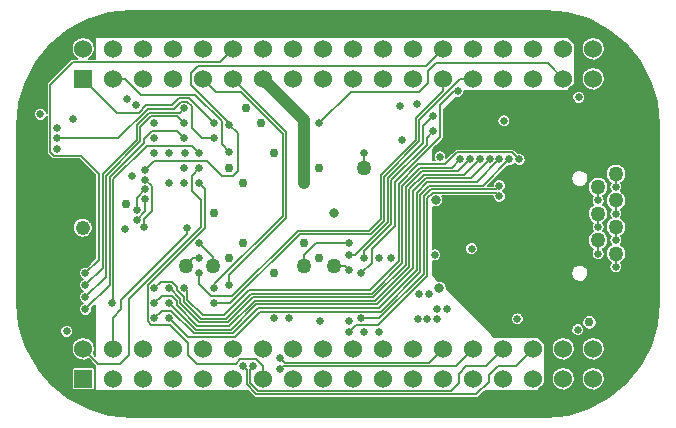
<source format=gbr>
G04 #@! TF.GenerationSoftware,KiCad,Pcbnew,(2017-08-02 revision 9760937)-master*
G04 #@! TF.CreationDate,2017-08-15T11:40:40-05:00*
G04 #@! TF.ProjectId,PocketBeagle,506F636B6574426561676C652E6B6963,rev?*
G04 #@! TF.SameCoordinates,Original*
G04 #@! TF.FileFunction,Copper,L4,Bot,Signal*
G04 #@! TF.FilePolarity,Positive*
%FSLAX46Y46*%
G04 Gerber Fmt 4.6, Leading zero omitted, Abs format (unit mm)*
G04 Created by KiCad (PCBNEW (2017-08-02 revision 9760937)-master) date Tue Aug 15 11:40:40 2017*
%MOMM*%
%LPD*%
G01*
G04 APERTURE LIST*
%ADD10C,1.270000*%
%ADD11C,1.524000*%
%ADD12R,1.524000X1.524000*%
%ADD13C,1.219200*%
%ADD14C,0.800000*%
%ADD15C,0.762000*%
%ADD16C,0.635000*%
%ADD17C,0.152400*%
%ADD18C,1.016000*%
G04 APERTURE END LIST*
D10*
X170501100Y-102753600D03*
X172001100Y-101628600D03*
X172001100Y-106128600D03*
X170501100Y-105003600D03*
X172001100Y-108378600D03*
X170501100Y-107253600D03*
X172001100Y-103878600D03*
X145639100Y-109422600D03*
X137892100Y-109422600D03*
X135606100Y-109422600D03*
X148179100Y-109422600D03*
X150719100Y-101167600D03*
D11*
X170091100Y-116433600D03*
X170091100Y-118973600D03*
X167551100Y-116433600D03*
X167551100Y-118973600D03*
X165011100Y-116433600D03*
X165011100Y-118973600D03*
X162471100Y-116433600D03*
X162471100Y-118973600D03*
X159931100Y-116433600D03*
X159931100Y-118973600D03*
X157391100Y-116433600D03*
X157391100Y-118973600D03*
X154851100Y-116433600D03*
X154851100Y-118973600D03*
X152311100Y-116433600D03*
X152311100Y-118973600D03*
X149771100Y-116433600D03*
X149771100Y-118973600D03*
X147231100Y-116433600D03*
X147231100Y-118973600D03*
X144691100Y-116433600D03*
X144691100Y-118973600D03*
X142151100Y-116433600D03*
X142151100Y-118973600D03*
X139611100Y-116433600D03*
X139611100Y-118973600D03*
X137071100Y-116433600D03*
X137071100Y-118973600D03*
X134531100Y-116433600D03*
X134531100Y-118973600D03*
X131991100Y-116433600D03*
X131991100Y-118973600D03*
X129451100Y-116433600D03*
X129451100Y-118973600D03*
X126911100Y-116433600D03*
D12*
X126911100Y-118973600D03*
D11*
X170091100Y-91033600D03*
X170091100Y-93573600D03*
X167551100Y-91033600D03*
X167551100Y-93573600D03*
X165011100Y-91033600D03*
X165011100Y-93573600D03*
X162471100Y-91033600D03*
X162471100Y-93573600D03*
X159931100Y-91033600D03*
X159931100Y-93573600D03*
X157391100Y-91033600D03*
X157391100Y-93573600D03*
X154851100Y-91033600D03*
X154851100Y-93573600D03*
X152311100Y-91033600D03*
X152311100Y-93573600D03*
X149771100Y-91033600D03*
X149771100Y-93573600D03*
X147231100Y-91033600D03*
X147231100Y-93573600D03*
X144691100Y-91033600D03*
X144691100Y-93573600D03*
X142151100Y-91033600D03*
X142151100Y-93573600D03*
X139611100Y-91033600D03*
X139611100Y-93573600D03*
X137071100Y-91033600D03*
X137071100Y-93573600D03*
X134531100Y-91033600D03*
X134531100Y-93573600D03*
X131991100Y-91033600D03*
X131991100Y-93573600D03*
X129451100Y-91033600D03*
X129451100Y-93573600D03*
X126911100Y-91033600D03*
D12*
X126911100Y-93573600D03*
D13*
X126868500Y-106196800D03*
D14*
X156738900Y-103834600D03*
D15*
X143099100Y-99897600D03*
X146909100Y-101167600D03*
D14*
X148179100Y-104977600D03*
D15*
X146909100Y-108787600D03*
X143099100Y-110057600D03*
X139289100Y-108787600D03*
X138019100Y-104977600D03*
X139289100Y-101167600D03*
D16*
X131034100Y-101802600D03*
X156662700Y-108482800D03*
X159786900Y-107949400D03*
X163673100Y-113893000D03*
X153919500Y-98729200D03*
X155138700Y-95681200D03*
D15*
X169769100Y-114197800D03*
D16*
X125496900Y-114959800D03*
X124684100Y-99516600D03*
X124684100Y-97738600D03*
D15*
X140432100Y-102437600D03*
D14*
X157043700Y-111302200D03*
D15*
X145639100Y-107517600D03*
X140432100Y-107517600D03*
D14*
X123058500Y-100634200D03*
X121839300Y-100634200D03*
X121839300Y-101777200D03*
X123058500Y-101777200D03*
X121839300Y-103174200D03*
X123058500Y-103174200D03*
X121839300Y-104418800D03*
X123058500Y-104418800D03*
X121839300Y-105587200D03*
X123058500Y-105587200D03*
X123058500Y-106831800D03*
X121839300Y-106831800D03*
X121839300Y-108228800D03*
X123058500Y-108228800D03*
X121839300Y-109371800D03*
X124531700Y-107390600D03*
X124531700Y-108813000D03*
X125471500Y-108813000D03*
X125471500Y-107390600D03*
D16*
X167787900Y-113131000D03*
X168549900Y-113131000D03*
X169311900Y-113131000D03*
X169311900Y-112597600D03*
X168549900Y-112597600D03*
X167787900Y-112597600D03*
D14*
X167787900Y-97586200D03*
X168549900Y-97586200D03*
X169311900Y-97586200D03*
X169311900Y-97052800D03*
X168549900Y-97052800D03*
X167787900Y-97052800D03*
D16*
X158643900Y-97814800D03*
X159329700Y-97814800D03*
X159329700Y-98653000D03*
X134209100Y-111327600D03*
X159634500Y-100405600D03*
X134209100Y-113867600D03*
X162987300Y-100405600D03*
X132939100Y-113867600D03*
X162149100Y-100405600D03*
X132939100Y-111327600D03*
X158796300Y-100405600D03*
X134209100Y-112597600D03*
X161310900Y-100405600D03*
X132939100Y-112597600D03*
X160472700Y-100405600D03*
X126030300Y-96976600D03*
X131440500Y-104672800D03*
X132177100Y-102945600D03*
X131440500Y-105511000D03*
X132177100Y-103783800D03*
X132177100Y-102107400D03*
X132050100Y-106120600D03*
D15*
X130526100Y-104215600D03*
X141956100Y-97357600D03*
X140660700Y-96062200D03*
D16*
X162530100Y-97129000D03*
X157119900Y-100177000D03*
X135479100Y-111327600D03*
X163825500Y-100405600D03*
X138019100Y-98627600D03*
X124684100Y-98627600D03*
X123287100Y-96595600D03*
X129383100Y-112597600D03*
X136749100Y-99897600D03*
X127097100Y-111073600D03*
X135479100Y-96087600D03*
X127097100Y-112089600D03*
X135479100Y-97357600D03*
X127097100Y-113105600D03*
X135479100Y-98627600D03*
D15*
X145639100Y-102437600D03*
D16*
X123058500Y-109371800D03*
X124531700Y-101193000D03*
X125471500Y-101193000D03*
X125471500Y-102615400D03*
X124531700Y-102615400D03*
X158643900Y-98653000D03*
X159482100Y-112597600D03*
X132939100Y-99897600D03*
X132939100Y-97357600D03*
X132939100Y-98627600D03*
X135479100Y-101167600D03*
X135555300Y-99872200D03*
X134209100Y-102437600D03*
X135479100Y-102437600D03*
X136749100Y-102437600D03*
X151989100Y-115010600D03*
X150719100Y-115010600D03*
X149449100Y-114121600D03*
X153767100Y-95909800D03*
X168854700Y-95147800D03*
X130653100Y-95325600D03*
X131415100Y-95833600D03*
X143607100Y-118185600D03*
X143607100Y-117245800D03*
X139289100Y-97510000D03*
X132177100Y-101294600D03*
X150719100Y-108787600D03*
X156561100Y-97992600D03*
X136749100Y-101167600D03*
X138019100Y-97357600D03*
X139289100Y-99770600D03*
X140432100Y-117931600D03*
X141321100Y-117931600D03*
X138019100Y-111327600D03*
X139289100Y-111073600D03*
X127097100Y-110057600D03*
X150719100Y-99897600D03*
X136749100Y-110057600D03*
X138019100Y-112597600D03*
X150465100Y-113867600D03*
X162149100Y-102615400D03*
X149449100Y-115010600D03*
X162149100Y-103529800D03*
X149449100Y-108533600D03*
X156561100Y-96722600D03*
X168778500Y-114807400D03*
X143099100Y-113867600D03*
X144369100Y-113867600D03*
X146985300Y-114045400D03*
X134209100Y-99897600D03*
X130449900Y-106273000D03*
X156891300Y-113893000D03*
X172001100Y-107253600D03*
X156891300Y-113054800D03*
X170501100Y-106128600D03*
X157729500Y-113054800D03*
X172001100Y-105003600D03*
X156053100Y-113893000D03*
X170501100Y-108378600D03*
X155214900Y-113893000D03*
X172001100Y-109503600D03*
X150465100Y-110057600D03*
X158643900Y-94614400D03*
X156205500Y-111759400D03*
X170501100Y-103878600D03*
X155367300Y-111759400D03*
X172001100Y-102753600D03*
X149449100Y-109803600D03*
X149449100Y-107517600D03*
X136749100Y-108787600D03*
X136749100Y-107517600D03*
X151989100Y-108787600D03*
X153005100Y-108787600D03*
X135733100Y-106247600D03*
X146909100Y-97357600D03*
D17*
X136723700Y-114197800D02*
X139136700Y-114197800D01*
X136723700Y-114197800D02*
X135123500Y-112597600D01*
X135123500Y-112597600D02*
X135123500Y-112216600D01*
X135123500Y-112216600D02*
X134234500Y-111327600D01*
X134234500Y-111327600D02*
X134209100Y-111327600D01*
X139136700Y-114197800D02*
X141270300Y-112064200D01*
X141270300Y-112064200D02*
X151481100Y-112064200D01*
X151481100Y-112064200D02*
X154224300Y-109321000D01*
X154224300Y-109321000D02*
X154224300Y-102767800D01*
X154224300Y-102767800D02*
X155595900Y-101396200D01*
X155595900Y-101396200D02*
X158643900Y-101396200D01*
X158643900Y-101396200D02*
X159634500Y-100405600D01*
X134209100Y-113867600D02*
X135758500Y-115417000D01*
X135758500Y-115417000D02*
X139746300Y-115417000D01*
X139746300Y-115417000D02*
X141879900Y-113283400D01*
X141879900Y-113283400D02*
X152090700Y-113283400D01*
X152090700Y-113283400D02*
X155443500Y-109930600D01*
X155443500Y-109930600D02*
X155443500Y-103377400D01*
X155443500Y-103377400D02*
X156205500Y-102615400D01*
X156205500Y-102615400D02*
X160777500Y-102615400D01*
X160777500Y-102615400D02*
X162987300Y-100405600D01*
X134361500Y-113207200D02*
X136266500Y-115112200D01*
X136266500Y-115112200D02*
X139593900Y-115112200D01*
X134361500Y-113207200D02*
X133599500Y-113207200D01*
X133599500Y-113207200D02*
X132939100Y-113867600D01*
X139593900Y-115112200D02*
X141727500Y-112978600D01*
X141727500Y-112978600D02*
X151938300Y-112978600D01*
X151938300Y-112978600D02*
X155138700Y-109778200D01*
X155138700Y-109778200D02*
X155138700Y-103225000D01*
X155138700Y-103225000D02*
X156053100Y-102310600D01*
X156053100Y-102310600D02*
X160244100Y-102310600D01*
X160244100Y-102310600D02*
X162149100Y-100405600D01*
X138984300Y-113893000D02*
X136876100Y-113893000D01*
X136876100Y-113893000D02*
X135428300Y-112445200D01*
X135428300Y-112445200D02*
X135428300Y-112064200D01*
X135428300Y-112064200D02*
X134844100Y-111480000D01*
X134844100Y-111480000D02*
X134844100Y-111175200D01*
X134844100Y-111175200D02*
X134437700Y-110768800D01*
X134437700Y-110768800D02*
X133497900Y-110768800D01*
X133497900Y-110768800D02*
X132939100Y-111327600D01*
X138984300Y-113893000D02*
X141117900Y-111759400D01*
X141117900Y-111759400D02*
X151328700Y-111759400D01*
X151328700Y-111759400D02*
X153919500Y-109168600D01*
X153919500Y-109168600D02*
X153919500Y-102615400D01*
X153919500Y-102615400D02*
X155443500Y-101091400D01*
X155443500Y-101091400D02*
X158110500Y-101091400D01*
X158796300Y-100405600D02*
X158110500Y-101091400D01*
X136418900Y-114807400D02*
X139441500Y-114807400D01*
X136418900Y-114807400D02*
X134209100Y-112597600D01*
X139441500Y-114807400D02*
X141575100Y-112673800D01*
X141575100Y-112673800D02*
X151785900Y-112673800D01*
X151785900Y-112673800D02*
X154833900Y-109625800D01*
X154833900Y-109625800D02*
X154833900Y-103072600D01*
X154833900Y-103072600D02*
X155900700Y-102005800D01*
X155900700Y-102005800D02*
X159710700Y-102005800D01*
X159710700Y-102005800D02*
X161310900Y-100405600D01*
X136571300Y-114502600D02*
X139289100Y-114502600D01*
X136571300Y-114502600D02*
X134818700Y-112750000D01*
X134818700Y-112750000D02*
X134818700Y-112369000D01*
X134818700Y-112369000D02*
X134437700Y-111988000D01*
X134437700Y-111988000D02*
X133548700Y-111988000D01*
X133548700Y-111988000D02*
X132939100Y-112597600D01*
X139289100Y-114502600D02*
X141422700Y-112369000D01*
X141422700Y-112369000D02*
X151633500Y-112369000D01*
X151633500Y-112369000D02*
X154529100Y-109473400D01*
X154529100Y-109473400D02*
X154529100Y-102920200D01*
X154529100Y-102920200D02*
X155748300Y-101701000D01*
X155748300Y-101701000D02*
X159177300Y-101701000D01*
X159177300Y-101701000D02*
X160472700Y-100405600D01*
X132177100Y-102945600D02*
X131440500Y-103682200D01*
X131440500Y-103682200D02*
X131440500Y-104672800D01*
X132177100Y-103783800D02*
X132177100Y-104774400D01*
X132177100Y-104774400D02*
X131440500Y-105511000D01*
X132735900Y-102666200D02*
X132177100Y-102107400D01*
X132735900Y-102666200D02*
X132735900Y-104749000D01*
X132735900Y-104749000D02*
X132050100Y-105434800D01*
X132050100Y-105434800D02*
X132050100Y-106120600D01*
X138831900Y-113588200D02*
X137028500Y-113588200D01*
X137028500Y-113588200D02*
X135733100Y-112292800D01*
X135733100Y-112292800D02*
X135733100Y-111581600D01*
X135733100Y-111581600D02*
X135479100Y-111327600D01*
X138831900Y-113588200D02*
X140965500Y-111454600D01*
X140965500Y-111454600D02*
X151176300Y-111454600D01*
X151176300Y-111454600D02*
X153614700Y-109016200D01*
X153614700Y-109016200D02*
X153614700Y-102463000D01*
X153614700Y-102463000D02*
X155291100Y-100786600D01*
X155291100Y-100786600D02*
X157577100Y-100786600D01*
X157577100Y-100786600D02*
X158567700Y-99796000D01*
X158567700Y-99796000D02*
X163215900Y-99796000D01*
X163215900Y-99796000D02*
X163825500Y-100405600D01*
X132354900Y-96138400D02*
X134564700Y-96138400D01*
X134564700Y-96138400D02*
X135174300Y-95528800D01*
X135174300Y-95528800D02*
X135707700Y-95528800D01*
X135707700Y-95528800D02*
X136088700Y-95909800D01*
X136088700Y-95909800D02*
X136088700Y-97738600D01*
X136088700Y-97738600D02*
X136977700Y-98627600D01*
X136977700Y-98627600D02*
X138019100Y-98627600D01*
X124684100Y-98627600D02*
X129865700Y-98627600D01*
X129865700Y-98627600D02*
X132354900Y-96138400D01*
X136114100Y-99262600D02*
X136749100Y-99897600D01*
X129459300Y-112521400D02*
X129459300Y-102082000D01*
X129459300Y-102082000D02*
X132278700Y-99262600D01*
X132278700Y-99262600D02*
X136114100Y-99262600D01*
X129459300Y-112521400D02*
X129383100Y-112597600D01*
X135123500Y-96443200D02*
X135479100Y-96087600D01*
X135123500Y-96443200D02*
X132507300Y-96443200D01*
X132507300Y-96443200D02*
X131440500Y-97510000D01*
X131440500Y-97510000D02*
X131440500Y-98729200D01*
X131440500Y-98729200D02*
X128544900Y-101624800D01*
X128544900Y-101624800D02*
X128544900Y-109625800D01*
X128544900Y-109625800D02*
X127097100Y-111073600D01*
X134869500Y-96748000D02*
X135479100Y-97357600D01*
X128849700Y-110337000D02*
X128849700Y-101777200D01*
X128849700Y-101777200D02*
X131745300Y-98881600D01*
X131745300Y-98881600D02*
X131745300Y-97662400D01*
X131745300Y-97662400D02*
X132659700Y-96748000D01*
X132659700Y-96748000D02*
X134869500Y-96748000D01*
X128849700Y-110337000D02*
X127097100Y-112089600D01*
X134844100Y-97992600D02*
X135479100Y-98627600D01*
X129154500Y-111048200D02*
X129154500Y-101929600D01*
X129154500Y-101929600D02*
X132050100Y-99034000D01*
X132050100Y-99034000D02*
X132050100Y-98653000D01*
X132050100Y-98653000D02*
X132710500Y-97992600D01*
X132710500Y-97992600D02*
X134844100Y-97992600D01*
X129154500Y-111048200D02*
X127097100Y-113105600D01*
D18*
X142151100Y-93573600D02*
X145639100Y-97061600D01*
X145639100Y-97061600D02*
X145639100Y-102437600D01*
D17*
X132354900Y-114121600D02*
X132659700Y-114426400D01*
X132659700Y-114426400D02*
X134259900Y-114426400D01*
X134259900Y-114426400D02*
X135783900Y-115950400D01*
X135783900Y-115950400D02*
X135783900Y-116941000D01*
X142151100Y-118973600D02*
X142151100Y-117898000D01*
X142151100Y-117898000D02*
X141575100Y-117322000D01*
X141575100Y-117322000D02*
X140203500Y-117322000D01*
X140203500Y-117322000D02*
X139822500Y-117703000D01*
X135783900Y-116941000D02*
X136545900Y-117703000D01*
X136545900Y-117703000D02*
X139822500Y-117703000D01*
X132354900Y-111073600D02*
X132354900Y-114121600D01*
X136749100Y-102437600D02*
X137257100Y-102945600D01*
X137257100Y-102945600D02*
X137257100Y-106171400D01*
X132354900Y-111073600D02*
X137257100Y-106171400D01*
X143607100Y-118185600D02*
X143861100Y-117931600D01*
X143861100Y-117931600D02*
X158433100Y-117931600D01*
X158433100Y-117931600D02*
X159931100Y-116433600D01*
X143988100Y-117626800D02*
X156197900Y-117626800D01*
X156197900Y-117626800D02*
X157391100Y-116433600D01*
X143988100Y-117626800D02*
X143607100Y-117245800D01*
X138654100Y-101802600D02*
X137384100Y-100532600D01*
X138654100Y-101802600D02*
X139568500Y-101802600D01*
X139568500Y-101802600D02*
X139974900Y-101396200D01*
X139974900Y-101396200D02*
X139974900Y-98195800D01*
X139974900Y-98195800D02*
X139289100Y-97510000D01*
X137384100Y-100532600D02*
X132939100Y-100532600D01*
X132939100Y-100532600D02*
X132177100Y-101294600D01*
X139289100Y-97510000D02*
X139289100Y-97357600D01*
X139289100Y-97357600D02*
X136012500Y-94081000D01*
X136012500Y-94081000D02*
X136012500Y-93090400D01*
X136012500Y-93090400D02*
X136622100Y-92480800D01*
X136622100Y-92480800D02*
X155943900Y-92480800D01*
X155943900Y-92480800D02*
X157391100Y-91033600D01*
X150719100Y-108787600D02*
X150719100Y-108178000D01*
X150719100Y-108178000D02*
X153005100Y-105892000D01*
X153005100Y-105892000D02*
X153005100Y-102158200D01*
X153005100Y-102158200D02*
X155976900Y-99186400D01*
X155976900Y-99186400D02*
X155976900Y-98576800D01*
X155976900Y-98576800D02*
X156561100Y-97992600D01*
X126911100Y-116433600D02*
X128180500Y-117703000D01*
X128180500Y-117703000D02*
X129992700Y-117703000D01*
X129992700Y-117703000D02*
X130754700Y-116941000D01*
X136876100Y-106095200D02*
X136876100Y-103834600D01*
X136876100Y-103834600D02*
X136114100Y-103072600D01*
X136114100Y-103072600D02*
X136114100Y-101802600D01*
X136114100Y-101802600D02*
X136749100Y-101167600D01*
X136876100Y-106095200D02*
X130754700Y-112216600D01*
X130754700Y-112216600D02*
X130754700Y-116941000D01*
X138019100Y-97357600D02*
X135885500Y-95224000D01*
X135885500Y-95224000D02*
X135021900Y-95224000D01*
X135021900Y-95224000D02*
X134412300Y-95833600D01*
X134412300Y-95833600D02*
X132202500Y-95833600D01*
X132202500Y-95833600D02*
X131592900Y-96443200D01*
X131592900Y-96443200D02*
X129780700Y-96443200D01*
X129780700Y-96443200D02*
X126911100Y-93573600D01*
X138654100Y-97179800D02*
X136393500Y-94919200D01*
X136393500Y-94919200D02*
X131821500Y-94919200D01*
X131821500Y-94919200D02*
X130475900Y-93573600D01*
X130475900Y-93573600D02*
X129451100Y-93573600D01*
X138654100Y-97179800D02*
X138654100Y-99135600D01*
X138654100Y-99135600D02*
X139289100Y-99770600D01*
X165011100Y-116433600D02*
X163513100Y-117931600D01*
X163513100Y-117931600D02*
X161996700Y-117931600D01*
X161996700Y-117931600D02*
X161234700Y-118693600D01*
X161234700Y-118693600D02*
X161234700Y-119227000D01*
X161234700Y-119227000D02*
X160167900Y-120293800D01*
X160167900Y-120293800D02*
X141575100Y-120293800D01*
X141575100Y-120293800D02*
X140736900Y-119455600D01*
X140736900Y-119455600D02*
X140736900Y-118236400D01*
X140736900Y-118236400D02*
X140432100Y-117931600D01*
X162471100Y-116433600D02*
X160973100Y-117931600D01*
X160973100Y-117931600D02*
X159329700Y-117931600D01*
X159329700Y-117931600D02*
X158720100Y-118541200D01*
X158720100Y-118541200D02*
X158720100Y-119303200D01*
X158720100Y-119303200D02*
X158034300Y-119989000D01*
X158034300Y-119989000D02*
X141727500Y-119989000D01*
X141727500Y-119989000D02*
X141041700Y-119303200D01*
X141041700Y-119303200D02*
X141041700Y-118211000D01*
X141041700Y-118211000D02*
X141321100Y-117931600D01*
X140254300Y-94690600D02*
X138188100Y-94690600D01*
X138188100Y-94690600D02*
X137071100Y-93573600D01*
X140254300Y-94690600D02*
X143784900Y-98221200D01*
X143784900Y-98221200D02*
X143784900Y-105206200D01*
X143784900Y-105206200D02*
X138019100Y-110972000D01*
X138019100Y-110972000D02*
X138019100Y-111327600D01*
X144089700Y-98052200D02*
X139611100Y-93573600D01*
X144089700Y-98052200D02*
X144089700Y-105358600D01*
X144089700Y-105358600D02*
X139289100Y-110159200D01*
X139289100Y-110159200D02*
X139289100Y-111073600D01*
X139611100Y-91033600D02*
X138468700Y-92176000D01*
X138468700Y-92176000D02*
X126030300Y-92176000D01*
X126030300Y-92176000D02*
X124125300Y-94081000D01*
X128240100Y-101624800D02*
X128240100Y-108914600D01*
X124125300Y-94081000D02*
X124125300Y-99796000D01*
X124125300Y-99796000D02*
X124430100Y-100100800D01*
X124430100Y-100100800D02*
X126716100Y-100100800D01*
X126716100Y-100100800D02*
X128240100Y-101624800D01*
X128240100Y-108914600D02*
X127097100Y-110057600D01*
X150719100Y-99897600D02*
X150719100Y-101167600D01*
X139543100Y-111962600D02*
X137765100Y-111962600D01*
X136749100Y-110057600D02*
X136749100Y-110946600D01*
X136749100Y-110946600D02*
X137765100Y-111962600D01*
X139543100Y-111962600D02*
X145080300Y-106425400D01*
X145080300Y-106425400D02*
X151100100Y-106425400D01*
X151100100Y-106425400D02*
X152090700Y-105434800D01*
X152090700Y-105434800D02*
X152090700Y-101701000D01*
X152090700Y-101701000D02*
X155062500Y-98729200D01*
X155062500Y-98729200D02*
X155062500Y-96900400D01*
X155062500Y-96900400D02*
X157391100Y-94571800D01*
X157391100Y-94571800D02*
X157391100Y-93573600D01*
X139365300Y-112597600D02*
X138019100Y-112597600D01*
X139365300Y-112597600D02*
X145232700Y-106730200D01*
X145232700Y-106730200D02*
X151252500Y-106730200D01*
X151252500Y-106730200D02*
X152395500Y-105587200D01*
X152395500Y-105587200D02*
X152395500Y-101853400D01*
X152395500Y-101853400D02*
X155367300Y-98881600D01*
X155367300Y-98881600D02*
X155367300Y-97052800D01*
X155367300Y-97052800D02*
X158846500Y-93573600D01*
X158846500Y-93573600D02*
X159931100Y-93573600D01*
X151963700Y-113867600D02*
X155748300Y-110083000D01*
X151963700Y-113867600D02*
X150465100Y-113867600D01*
X155748300Y-110083000D02*
X155748300Y-103529800D01*
X155748300Y-103529800D02*
X156357900Y-102920200D01*
X156357900Y-102920200D02*
X161844300Y-102920200D01*
X161844300Y-102920200D02*
X162149100Y-102615400D01*
X149449100Y-115010600D02*
X150033300Y-114426400D01*
X150033300Y-114426400D02*
X151862100Y-114426400D01*
X151862100Y-114426400D02*
X156053100Y-110235400D01*
X156053100Y-110235400D02*
X156053100Y-103682200D01*
X156053100Y-103682200D02*
X156510300Y-103225000D01*
X156510300Y-103225000D02*
X161844300Y-103225000D01*
X162149100Y-103529800D02*
X161844300Y-103225000D01*
X149449100Y-108533600D02*
X149906300Y-108533600D01*
X149906300Y-108533600D02*
X152700300Y-105739600D01*
X152700300Y-105739600D02*
X152700300Y-102005800D01*
X152700300Y-102005800D02*
X155672100Y-99034000D01*
X155672100Y-99034000D02*
X155672100Y-97611600D01*
X155672100Y-97611600D02*
X156561100Y-96722600D01*
X172001100Y-106128600D02*
X172001100Y-107253600D01*
X170501100Y-105003600D02*
X170501100Y-106128600D01*
X172001100Y-103878600D02*
X172001100Y-105003600D01*
X170501100Y-107253600D02*
X170501100Y-108378600D01*
X172001100Y-108378600D02*
X172001100Y-109503600D01*
X153309900Y-106044400D02*
X153309900Y-102310600D01*
X150465100Y-110057600D02*
X151354100Y-109168600D01*
X151354100Y-109168600D02*
X151354100Y-108000200D01*
X151354100Y-108000200D02*
X153309900Y-106044400D01*
X153309900Y-102310600D02*
X157119900Y-98500600D01*
X157119900Y-98500600D02*
X157119900Y-95757400D01*
X157119900Y-95757400D02*
X158262900Y-94614400D01*
X158262900Y-94614400D02*
X158643900Y-94614400D01*
X170501100Y-102753600D02*
X170501100Y-103878600D01*
X172001100Y-101628600D02*
X172001100Y-102753600D01*
X149449100Y-109803600D02*
X149068100Y-109422600D01*
X149068100Y-109422600D02*
X148179100Y-109422600D01*
X149449100Y-107517600D02*
X146655100Y-107517600D01*
X146655100Y-107517600D02*
X145639100Y-108533600D01*
X145639100Y-108533600D02*
X145639100Y-109422600D01*
X136749100Y-108787600D02*
X136241100Y-108787600D01*
X136241100Y-108787600D02*
X135606100Y-109422600D01*
X136749100Y-107517600D02*
X137892100Y-108660600D01*
X137892100Y-108660600D02*
X137892100Y-109422600D01*
X135733100Y-106247600D02*
X135733100Y-106755600D01*
X135733100Y-106755600D02*
X130145100Y-112343600D01*
X130145100Y-112343600D02*
X130145100Y-113105600D01*
X130145100Y-113105600D02*
X129451100Y-113799600D01*
X129451100Y-113799600D02*
X129451100Y-116433600D01*
X146909100Y-97357600D02*
X149576100Y-94690600D01*
X149576100Y-94690600D02*
X155367300Y-94690600D01*
X155367300Y-94690600D02*
X156129300Y-93928600D01*
X156129300Y-93928600D02*
X156129300Y-92938000D01*
X156129300Y-92938000D02*
X156815100Y-92252200D01*
X156815100Y-92252200D02*
X166229700Y-92252200D01*
X166229700Y-92252200D02*
X167551100Y-93573600D01*
G36*
X167884193Y-87993294D02*
X169695554Y-88540177D01*
X171366202Y-89428477D01*
X172832488Y-90624350D01*
X174038574Y-92082257D01*
X174938511Y-93746656D01*
X175498027Y-95554163D01*
X175697312Y-97450229D01*
X175697500Y-97504089D01*
X175697500Y-112488752D01*
X175511406Y-114386692D01*
X174964522Y-116198056D01*
X174076223Y-117868702D01*
X172880350Y-119334988D01*
X171422441Y-120541075D01*
X169758045Y-121441011D01*
X167950537Y-122000527D01*
X166054470Y-122199812D01*
X166000611Y-122200000D01*
X131015948Y-122200000D01*
X129118008Y-122013906D01*
X127306644Y-121467022D01*
X125635998Y-120578723D01*
X124169712Y-119382850D01*
X123200770Y-118211600D01*
X125919394Y-118211600D01*
X125919394Y-119735600D01*
X125923808Y-119780413D01*
X125936879Y-119823505D01*
X125958106Y-119863218D01*
X125986673Y-119898027D01*
X126021482Y-119926594D01*
X126061195Y-119947821D01*
X126104287Y-119960892D01*
X126149100Y-119965306D01*
X127673100Y-119965306D01*
X127717913Y-119960892D01*
X127761005Y-119947821D01*
X127800718Y-119926594D01*
X127835527Y-119898027D01*
X127864094Y-119863218D01*
X127885321Y-119823505D01*
X127898392Y-119780413D01*
X127902806Y-119735600D01*
X127902806Y-118211600D01*
X127898392Y-118166787D01*
X127885321Y-118123695D01*
X127864094Y-118083982D01*
X127835527Y-118049173D01*
X127800718Y-118020606D01*
X127761005Y-117999379D01*
X127717913Y-117986308D01*
X127673100Y-117981894D01*
X126149100Y-117981894D01*
X126104287Y-117986308D01*
X126061195Y-117999379D01*
X126021482Y-118020606D01*
X125986673Y-118049173D01*
X125958106Y-118083982D01*
X125936879Y-118123695D01*
X125923808Y-118166787D01*
X125919394Y-118211600D01*
X123200770Y-118211600D01*
X122963625Y-117924941D01*
X122063689Y-116260545D01*
X121675256Y-115005718D01*
X124950083Y-115005718D01*
X124969415Y-115111054D01*
X125008840Y-115210629D01*
X125066854Y-115300650D01*
X125141249Y-115377688D01*
X125229191Y-115438809D01*
X125327329Y-115481685D01*
X125431927Y-115504682D01*
X125538999Y-115506925D01*
X125644468Y-115488328D01*
X125744315Y-115449599D01*
X125834739Y-115392215D01*
X125912295Y-115318359D01*
X125974028Y-115230847D01*
X126017588Y-115133010D01*
X126041315Y-115028576D01*
X126043023Y-114906252D01*
X126022221Y-114801196D01*
X125981410Y-114702181D01*
X125922145Y-114612979D01*
X125846681Y-114536987D01*
X125757895Y-114477100D01*
X125659167Y-114435599D01*
X125554259Y-114414064D01*
X125447166Y-114413316D01*
X125341967Y-114433384D01*
X125242670Y-114473503D01*
X125153056Y-114532145D01*
X125076539Y-114607075D01*
X125016034Y-114695442D01*
X124973844Y-114793877D01*
X124951578Y-114898632D01*
X124950083Y-115005718D01*
X121675256Y-115005718D01*
X121504173Y-114453037D01*
X121304888Y-112556970D01*
X121304700Y-112503111D01*
X121304700Y-106267278D01*
X126029198Y-106267278D01*
X126058872Y-106428957D01*
X126119384Y-106581793D01*
X126208429Y-106719965D01*
X126322617Y-106838210D01*
X126457597Y-106932024D01*
X126608229Y-106997833D01*
X126768774Y-107033131D01*
X126933117Y-107036574D01*
X127094999Y-107008029D01*
X127248254Y-106948586D01*
X127387045Y-106860507D01*
X127506084Y-106747147D01*
X127600837Y-106612826D01*
X127667697Y-106462657D01*
X127704115Y-106302363D01*
X127706736Y-106114610D01*
X127674808Y-105953361D01*
X127612168Y-105801385D01*
X127521202Y-105664470D01*
X127405374Y-105547831D01*
X127269097Y-105455911D01*
X127117562Y-105392211D01*
X126956540Y-105359158D01*
X126792164Y-105358010D01*
X126630696Y-105388812D01*
X126478286Y-105450390D01*
X126340739Y-105540398D01*
X126223294Y-105655408D01*
X126130425Y-105791040D01*
X126065669Y-105942127D01*
X126031493Y-106102915D01*
X126029198Y-106267278D01*
X121304700Y-106267278D01*
X121304700Y-97518448D01*
X121390683Y-96641518D01*
X122740283Y-96641518D01*
X122759615Y-96746854D01*
X122799040Y-96846429D01*
X122857054Y-96936450D01*
X122931449Y-97013488D01*
X123019391Y-97074609D01*
X123117529Y-97117485D01*
X123222127Y-97140482D01*
X123329199Y-97142725D01*
X123434668Y-97124128D01*
X123534515Y-97085399D01*
X123624939Y-97028015D01*
X123702495Y-96954159D01*
X123764228Y-96866647D01*
X123807788Y-96768810D01*
X123820500Y-96712858D01*
X123820500Y-99796000D01*
X123823247Y-99824012D01*
X123825701Y-99852069D01*
X123826149Y-99853610D01*
X123826305Y-99855203D01*
X123834446Y-99882168D01*
X123842298Y-99909193D01*
X123843034Y-99910613D01*
X123843498Y-99912150D01*
X123856741Y-99937056D01*
X123869674Y-99962006D01*
X123870672Y-99963257D01*
X123871426Y-99964674D01*
X123889265Y-99986548D01*
X123906786Y-100008495D01*
X123908981Y-100010722D01*
X123909023Y-100010773D01*
X123909070Y-100010812D01*
X123909774Y-100011526D01*
X124214574Y-100316326D01*
X124236325Y-100334193D01*
X124257898Y-100352295D01*
X124259304Y-100353068D01*
X124260541Y-100354084D01*
X124285365Y-100367394D01*
X124310027Y-100380952D01*
X124311552Y-100381436D01*
X124312966Y-100382194D01*
X124339904Y-100390430D01*
X124366729Y-100398939D01*
X124368322Y-100399118D01*
X124369854Y-100399586D01*
X124397859Y-100402431D01*
X124425844Y-100405570D01*
X124428978Y-100405592D01*
X124429036Y-100405598D01*
X124429090Y-100405593D01*
X124430100Y-100405600D01*
X126589848Y-100405600D01*
X127935300Y-101751052D01*
X127935300Y-108788348D01*
X127202021Y-109521627D01*
X127154459Y-109511864D01*
X127047366Y-109511116D01*
X126942167Y-109531184D01*
X126842870Y-109571303D01*
X126753256Y-109629945D01*
X126676739Y-109704875D01*
X126616234Y-109793242D01*
X126574044Y-109891677D01*
X126551778Y-109996432D01*
X126550283Y-110103518D01*
X126569615Y-110208854D01*
X126609040Y-110308429D01*
X126667054Y-110398450D01*
X126741449Y-110475488D01*
X126829391Y-110536609D01*
X126896151Y-110565776D01*
X126842870Y-110587303D01*
X126753256Y-110645945D01*
X126676739Y-110720875D01*
X126616234Y-110809242D01*
X126574044Y-110907677D01*
X126551778Y-111012432D01*
X126550283Y-111119518D01*
X126569615Y-111224854D01*
X126609040Y-111324429D01*
X126667054Y-111414450D01*
X126741449Y-111491488D01*
X126829391Y-111552609D01*
X126896151Y-111581776D01*
X126842870Y-111603303D01*
X126753256Y-111661945D01*
X126676739Y-111736875D01*
X126616234Y-111825242D01*
X126574044Y-111923677D01*
X126551778Y-112028432D01*
X126550283Y-112135518D01*
X126569615Y-112240854D01*
X126609040Y-112340429D01*
X126667054Y-112430450D01*
X126741449Y-112507488D01*
X126829391Y-112568609D01*
X126896151Y-112597776D01*
X126842870Y-112619303D01*
X126753256Y-112677945D01*
X126676739Y-112752875D01*
X126616234Y-112841242D01*
X126574044Y-112939677D01*
X126551778Y-113044432D01*
X126550283Y-113151518D01*
X126569615Y-113256854D01*
X126609040Y-113356429D01*
X126667054Y-113446450D01*
X126741449Y-113523488D01*
X126829391Y-113584609D01*
X126927529Y-113627485D01*
X127032127Y-113650482D01*
X127139199Y-113652725D01*
X127244668Y-113634128D01*
X127344515Y-113595399D01*
X127434939Y-113538015D01*
X127512495Y-113464159D01*
X127574228Y-113376647D01*
X127617788Y-113278810D01*
X127641515Y-113174376D01*
X127643223Y-113052052D01*
X127633054Y-113000698D01*
X127935300Y-112698452D01*
X127935300Y-117026748D01*
X127794220Y-116885668D01*
X127855605Y-116747795D01*
X127898644Y-116558356D01*
X127901742Y-116336467D01*
X127864009Y-116145900D01*
X127789980Y-115966291D01*
X127682474Y-115804482D01*
X127545587Y-115666637D01*
X127384533Y-115558004D01*
X127205446Y-115482723D01*
X127015147Y-115443660D01*
X126820885Y-115442304D01*
X126630059Y-115478706D01*
X126449938Y-115551479D01*
X126287383Y-115657852D01*
X126148585Y-115793774D01*
X126038830Y-115954066D01*
X125962301Y-116132623D01*
X125921910Y-116322645D01*
X125919198Y-116516892D01*
X125954267Y-116707967D01*
X126025781Y-116888592D01*
X126131017Y-117051886D01*
X126265966Y-117191630D01*
X126425488Y-117302501D01*
X126603507Y-117380275D01*
X126793242Y-117421991D01*
X126987466Y-117426059D01*
X127178781Y-117392325D01*
X127359900Y-117322074D01*
X127365175Y-117318727D01*
X127935300Y-117888852D01*
X127935300Y-119912800D01*
X127936764Y-119927666D01*
X127941100Y-119941960D01*
X127948142Y-119955134D01*
X127957618Y-119966682D01*
X127969166Y-119976158D01*
X127982340Y-119983200D01*
X127996634Y-119987536D01*
X128011500Y-119989000D01*
X140839248Y-119989000D01*
X141359574Y-120509326D01*
X141381304Y-120527175D01*
X141402898Y-120545295D01*
X141404307Y-120546070D01*
X141405542Y-120547084D01*
X141430379Y-120560402D01*
X141455027Y-120573952D01*
X141456547Y-120574434D01*
X141457966Y-120575195D01*
X141484979Y-120583453D01*
X141511729Y-120591939D01*
X141513319Y-120592117D01*
X141514855Y-120592587D01*
X141542944Y-120595440D01*
X141570844Y-120598570D01*
X141573968Y-120598592D01*
X141574037Y-120598599D01*
X141574101Y-120598593D01*
X141575100Y-120598600D01*
X160167900Y-120598600D01*
X160195912Y-120595853D01*
X160223969Y-120593399D01*
X160225510Y-120592951D01*
X160227103Y-120592795D01*
X160254068Y-120584654D01*
X160281093Y-120576802D01*
X160282513Y-120576066D01*
X160284050Y-120575602D01*
X160308956Y-120562359D01*
X160333906Y-120549426D01*
X160335157Y-120548428D01*
X160336574Y-120547674D01*
X160358448Y-120529835D01*
X160380395Y-120512314D01*
X160382622Y-120510119D01*
X160382673Y-120510077D01*
X160382712Y-120510030D01*
X160383426Y-120509326D01*
X160903752Y-119989000D01*
X165349500Y-119989000D01*
X165364366Y-119987536D01*
X165378660Y-119983200D01*
X165391834Y-119976158D01*
X165403382Y-119966682D01*
X165591517Y-119778547D01*
X165623925Y-119757980D01*
X165764608Y-119624010D01*
X165809038Y-119561026D01*
X166012982Y-119357082D01*
X166022458Y-119345534D01*
X166029500Y-119332360D01*
X166033836Y-119318066D01*
X166035300Y-119303200D01*
X166035300Y-119056892D01*
X166559198Y-119056892D01*
X166594267Y-119247967D01*
X166665781Y-119428592D01*
X166771017Y-119591886D01*
X166905966Y-119731630D01*
X167065488Y-119842501D01*
X167243507Y-119920275D01*
X167433242Y-119961991D01*
X167627466Y-119966059D01*
X167818781Y-119932325D01*
X167999900Y-119862074D01*
X168163925Y-119757980D01*
X168304608Y-119624010D01*
X168416589Y-119465266D01*
X168495605Y-119287795D01*
X168538644Y-119098356D01*
X168539222Y-119056892D01*
X169099198Y-119056892D01*
X169134267Y-119247967D01*
X169205781Y-119428592D01*
X169311017Y-119591886D01*
X169445966Y-119731630D01*
X169605488Y-119842501D01*
X169783507Y-119920275D01*
X169973242Y-119961991D01*
X170167466Y-119966059D01*
X170358781Y-119932325D01*
X170539900Y-119862074D01*
X170703925Y-119757980D01*
X170844608Y-119624010D01*
X170956589Y-119465266D01*
X171035605Y-119287795D01*
X171078644Y-119098356D01*
X171081742Y-118876467D01*
X171044009Y-118685900D01*
X170969980Y-118506291D01*
X170862474Y-118344482D01*
X170725587Y-118206637D01*
X170564533Y-118098004D01*
X170385446Y-118022723D01*
X170195147Y-117983660D01*
X170000885Y-117982304D01*
X169810059Y-118018706D01*
X169629938Y-118091479D01*
X169467383Y-118197852D01*
X169328585Y-118333774D01*
X169218830Y-118494066D01*
X169142301Y-118672623D01*
X169101910Y-118862645D01*
X169099198Y-119056892D01*
X168539222Y-119056892D01*
X168541742Y-118876467D01*
X168504009Y-118685900D01*
X168429980Y-118506291D01*
X168322474Y-118344482D01*
X168185587Y-118206637D01*
X168024533Y-118098004D01*
X167845446Y-118022723D01*
X167655147Y-117983660D01*
X167460885Y-117982304D01*
X167270059Y-118018706D01*
X167089938Y-118091479D01*
X166927383Y-118197852D01*
X166788585Y-118333774D01*
X166678830Y-118494066D01*
X166602301Y-118672623D01*
X166561910Y-118862645D01*
X166559198Y-119056892D01*
X166035300Y-119056892D01*
X166035300Y-116516892D01*
X166559198Y-116516892D01*
X166594267Y-116707967D01*
X166665781Y-116888592D01*
X166771017Y-117051886D01*
X166905966Y-117191630D01*
X167065488Y-117302501D01*
X167243507Y-117380275D01*
X167433242Y-117421991D01*
X167627466Y-117426059D01*
X167818781Y-117392325D01*
X167999900Y-117322074D01*
X168163925Y-117217980D01*
X168304608Y-117084010D01*
X168416589Y-116925266D01*
X168495605Y-116747795D01*
X168538644Y-116558356D01*
X168539222Y-116516892D01*
X169099198Y-116516892D01*
X169134267Y-116707967D01*
X169205781Y-116888592D01*
X169311017Y-117051886D01*
X169445966Y-117191630D01*
X169605488Y-117302501D01*
X169783507Y-117380275D01*
X169973242Y-117421991D01*
X170167466Y-117426059D01*
X170358781Y-117392325D01*
X170539900Y-117322074D01*
X170703925Y-117217980D01*
X170844608Y-117084010D01*
X170956589Y-116925266D01*
X171035605Y-116747795D01*
X171078644Y-116558356D01*
X171081742Y-116336467D01*
X171044009Y-116145900D01*
X170969980Y-115966291D01*
X170862474Y-115804482D01*
X170725587Y-115666637D01*
X170564533Y-115558004D01*
X170385446Y-115482723D01*
X170195147Y-115443660D01*
X170000885Y-115442304D01*
X169810059Y-115478706D01*
X169629938Y-115551479D01*
X169467383Y-115657852D01*
X169328585Y-115793774D01*
X169218830Y-115954066D01*
X169142301Y-116132623D01*
X169101910Y-116322645D01*
X169099198Y-116516892D01*
X168539222Y-116516892D01*
X168541742Y-116336467D01*
X168504009Y-116145900D01*
X168429980Y-115966291D01*
X168322474Y-115804482D01*
X168185587Y-115666637D01*
X168024533Y-115558004D01*
X167845446Y-115482723D01*
X167655147Y-115443660D01*
X167460885Y-115442304D01*
X167270059Y-115478706D01*
X167089938Y-115551479D01*
X166927383Y-115657852D01*
X166788585Y-115793774D01*
X166678830Y-115954066D01*
X166602301Y-116132623D01*
X166561910Y-116322645D01*
X166559198Y-116516892D01*
X166035300Y-116516892D01*
X166035300Y-116102800D01*
X166033836Y-116087934D01*
X166029500Y-116073640D01*
X166022458Y-116060466D01*
X166012982Y-116048918D01*
X165810048Y-115845984D01*
X165782474Y-115804482D01*
X165645587Y-115666637D01*
X165599852Y-115635788D01*
X165403382Y-115439318D01*
X165391834Y-115429842D01*
X165378660Y-115422800D01*
X165364366Y-115418464D01*
X165349500Y-115417000D01*
X161723464Y-115417000D01*
X161159782Y-114853318D01*
X168231683Y-114853318D01*
X168251015Y-114958654D01*
X168290440Y-115058229D01*
X168348454Y-115148250D01*
X168422849Y-115225288D01*
X168510791Y-115286409D01*
X168608929Y-115329285D01*
X168713527Y-115352282D01*
X168820599Y-115354525D01*
X168926068Y-115335928D01*
X169025915Y-115297199D01*
X169116339Y-115239815D01*
X169193895Y-115165959D01*
X169255628Y-115078447D01*
X169299188Y-114980610D01*
X169322915Y-114876176D01*
X169324623Y-114753852D01*
X169303821Y-114648796D01*
X169263010Y-114549781D01*
X169203745Y-114460579D01*
X169128281Y-114384587D01*
X169039495Y-114324700D01*
X168940767Y-114283199D01*
X168835859Y-114261664D01*
X168728766Y-114260916D01*
X168623567Y-114280984D01*
X168524270Y-114321103D01*
X168434656Y-114379745D01*
X168358139Y-114454675D01*
X168297634Y-114543042D01*
X168255444Y-114641477D01*
X168233178Y-114746232D01*
X168231683Y-114853318D01*
X161159782Y-114853318D01*
X160245382Y-113938918D01*
X163126283Y-113938918D01*
X163145615Y-114044254D01*
X163185040Y-114143829D01*
X163243054Y-114233850D01*
X163317449Y-114310888D01*
X163405391Y-114372009D01*
X163503529Y-114414885D01*
X163608127Y-114437882D01*
X163715199Y-114440125D01*
X163820668Y-114421528D01*
X163920515Y-114382799D01*
X164010939Y-114325415D01*
X164088495Y-114251559D01*
X164090259Y-114249057D01*
X169158698Y-114249057D01*
X169180279Y-114366642D01*
X169224288Y-114477795D01*
X169289049Y-114578284D01*
X169372094Y-114664280D01*
X169470262Y-114732508D01*
X169579812Y-114780370D01*
X169696572Y-114806041D01*
X169816094Y-114808545D01*
X169933827Y-114787785D01*
X170045285Y-114744553D01*
X170146223Y-114680496D01*
X170232797Y-114598053D01*
X170301709Y-114500364D01*
X170350334Y-114391151D01*
X170376820Y-114274573D01*
X170378727Y-114138026D01*
X170355506Y-114020754D01*
X170309950Y-113910225D01*
X170243792Y-113810650D01*
X170159554Y-113725822D01*
X170060444Y-113658971D01*
X169950236Y-113612644D01*
X169833129Y-113588606D01*
X169713583Y-113587771D01*
X169596152Y-113610172D01*
X169485308Y-113654956D01*
X169385274Y-113720417D01*
X169299859Y-113804060D01*
X169232318Y-113902702D01*
X169185223Y-114012583D01*
X169160367Y-114129520D01*
X169158698Y-114249057D01*
X164090259Y-114249057D01*
X164150228Y-114164047D01*
X164193788Y-114066210D01*
X164217515Y-113961776D01*
X164219223Y-113839452D01*
X164198421Y-113734396D01*
X164157610Y-113635381D01*
X164098345Y-113546179D01*
X164022881Y-113470187D01*
X163934095Y-113410300D01*
X163835367Y-113368799D01*
X163730459Y-113347264D01*
X163623366Y-113346516D01*
X163518167Y-113366584D01*
X163418870Y-113406703D01*
X163329256Y-113465345D01*
X163252739Y-113540275D01*
X163192234Y-113628642D01*
X163150044Y-113727077D01*
X163127778Y-113831832D01*
X163126283Y-113938918D01*
X160245382Y-113938918D01*
X157670602Y-111364138D01*
X157672327Y-111240563D01*
X157648383Y-111119635D01*
X157601407Y-111005662D01*
X157533187Y-110902984D01*
X157446324Y-110815511D01*
X157344124Y-110746577D01*
X157230482Y-110698806D01*
X157109725Y-110674018D01*
X156986453Y-110673158D01*
X156980716Y-110674252D01*
X156510300Y-110203836D01*
X156510300Y-110097068D01*
X168233854Y-110097068D01*
X168259616Y-110237435D01*
X168312151Y-110370124D01*
X168389459Y-110490083D01*
X168488595Y-110592740D01*
X168605782Y-110674188D01*
X168736557Y-110731322D01*
X168875939Y-110761967D01*
X169018619Y-110764956D01*
X169159163Y-110740174D01*
X169292216Y-110688566D01*
X169412711Y-110612098D01*
X169516058Y-110513681D01*
X169598322Y-110397066D01*
X169656368Y-110266692D01*
X169687985Y-110127528D01*
X169690261Y-109964524D01*
X169662542Y-109824531D01*
X169608159Y-109692588D01*
X169529183Y-109573721D01*
X169428624Y-109472457D01*
X169310311Y-109392654D01*
X169178751Y-109337351D01*
X169038954Y-109308655D01*
X168896247Y-109307658D01*
X168756063Y-109334400D01*
X168623744Y-109387860D01*
X168504328Y-109466004D01*
X168402365Y-109565854D01*
X168321737Y-109683607D01*
X168265517Y-109814778D01*
X168235846Y-109954370D01*
X168233854Y-110097068D01*
X156510300Y-110097068D01*
X156510300Y-109008460D01*
X156597727Y-109027682D01*
X156704799Y-109029925D01*
X156810268Y-109011328D01*
X156910115Y-108972599D01*
X157000539Y-108915215D01*
X157078095Y-108841359D01*
X157139828Y-108753847D01*
X157183388Y-108656010D01*
X157207115Y-108551576D01*
X157208823Y-108429252D01*
X157188021Y-108324196D01*
X157147210Y-108225181D01*
X157087945Y-108135979D01*
X157012481Y-108059987D01*
X156923695Y-108000100D01*
X156912319Y-107995318D01*
X159240083Y-107995318D01*
X159259415Y-108100654D01*
X159298840Y-108200229D01*
X159356854Y-108290250D01*
X159431249Y-108367288D01*
X159519191Y-108428409D01*
X159617329Y-108471285D01*
X159721927Y-108494282D01*
X159828999Y-108496525D01*
X159934468Y-108477928D01*
X160034315Y-108439199D01*
X160124739Y-108381815D01*
X160202295Y-108307959D01*
X160264028Y-108220447D01*
X160307588Y-108122610D01*
X160331315Y-108018176D01*
X160333023Y-107895852D01*
X160312221Y-107790796D01*
X160271410Y-107691781D01*
X160212145Y-107602579D01*
X160136681Y-107526587D01*
X160047895Y-107466700D01*
X159949167Y-107425199D01*
X159844259Y-107403664D01*
X159737166Y-107402916D01*
X159631967Y-107422984D01*
X159532670Y-107463103D01*
X159443056Y-107521745D01*
X159366539Y-107596675D01*
X159306034Y-107685042D01*
X159263844Y-107783477D01*
X159241578Y-107888232D01*
X159240083Y-107995318D01*
X156912319Y-107995318D01*
X156824967Y-107958599D01*
X156720059Y-107937064D01*
X156612966Y-107936316D01*
X156510300Y-107955901D01*
X156510300Y-104420730D01*
X156543712Y-104435327D01*
X156664111Y-104461799D01*
X156787359Y-104464380D01*
X156908761Y-104442974D01*
X157023693Y-104398395D01*
X157127778Y-104332341D01*
X157217050Y-104247328D01*
X157288110Y-104146594D01*
X157338250Y-104033977D01*
X157365561Y-103913766D01*
X157367527Y-103772963D01*
X157343583Y-103652035D01*
X157296607Y-103538062D01*
X157291118Y-103529800D01*
X161602924Y-103529800D01*
X161602283Y-103575718D01*
X161621615Y-103681054D01*
X161661040Y-103780629D01*
X161719054Y-103870650D01*
X161793449Y-103947688D01*
X161881391Y-104008809D01*
X161979529Y-104051685D01*
X162084127Y-104074682D01*
X162191199Y-104076925D01*
X162296668Y-104058328D01*
X162396515Y-104019599D01*
X162486939Y-103962215D01*
X162564495Y-103888359D01*
X162626228Y-103800847D01*
X162669788Y-103703010D01*
X162693515Y-103598576D01*
X162695223Y-103476252D01*
X162674421Y-103371196D01*
X162633610Y-103272181D01*
X162574345Y-103182979D01*
X162498881Y-103106987D01*
X162447892Y-103072595D01*
X162486939Y-103047815D01*
X162564495Y-102973959D01*
X162626228Y-102886447D01*
X162653045Y-102826214D01*
X169636364Y-102826214D01*
X169666937Y-102992792D01*
X169729283Y-103150260D01*
X169821027Y-103292619D01*
X169938675Y-103414447D01*
X170077746Y-103511103D01*
X170090247Y-103516564D01*
X170080739Y-103525875D01*
X170020234Y-103614242D01*
X169978044Y-103712677D01*
X169955778Y-103817432D01*
X169954283Y-103924518D01*
X169973615Y-104029854D01*
X170013040Y-104129429D01*
X170071054Y-104219450D01*
X170090847Y-104239946D01*
X169957346Y-104327307D01*
X169836343Y-104445802D01*
X169740659Y-104585544D01*
X169673941Y-104741210D01*
X169638729Y-104906870D01*
X169636364Y-105076214D01*
X169666937Y-105242792D01*
X169729283Y-105400260D01*
X169821027Y-105542619D01*
X169938675Y-105664447D01*
X170077746Y-105761103D01*
X170090247Y-105766564D01*
X170080739Y-105775875D01*
X170020234Y-105864242D01*
X169978044Y-105962677D01*
X169955778Y-106067432D01*
X169954283Y-106174518D01*
X169973615Y-106279854D01*
X170013040Y-106379429D01*
X170071054Y-106469450D01*
X170090847Y-106489946D01*
X169957346Y-106577307D01*
X169836343Y-106695802D01*
X169740659Y-106835544D01*
X169673941Y-106991210D01*
X169638729Y-107156870D01*
X169636364Y-107326214D01*
X169666937Y-107492792D01*
X169729283Y-107650260D01*
X169821027Y-107792619D01*
X169938675Y-107914447D01*
X170077746Y-108011103D01*
X170090247Y-108016564D01*
X170080739Y-108025875D01*
X170020234Y-108114242D01*
X169978044Y-108212677D01*
X169955778Y-108317432D01*
X169954283Y-108424518D01*
X169973615Y-108529854D01*
X170013040Y-108629429D01*
X170071054Y-108719450D01*
X170145449Y-108796488D01*
X170233391Y-108857609D01*
X170331529Y-108900485D01*
X170436127Y-108923482D01*
X170543199Y-108925725D01*
X170648668Y-108907128D01*
X170748515Y-108868399D01*
X170838939Y-108811015D01*
X170916495Y-108737159D01*
X170978228Y-108649647D01*
X171021788Y-108551810D01*
X171045515Y-108447376D01*
X171047223Y-108325052D01*
X171026421Y-108219996D01*
X170985610Y-108120981D01*
X170926345Y-108031779D01*
X170911008Y-108016334D01*
X171035358Y-107937419D01*
X171158004Y-107820625D01*
X171255629Y-107682232D01*
X171324515Y-107527514D01*
X171362036Y-107362362D01*
X171364737Y-107168920D01*
X171331842Y-107002784D01*
X171267303Y-106846202D01*
X171173581Y-106705138D01*
X171054243Y-106584965D01*
X170913837Y-106490259D01*
X170913423Y-106490085D01*
X170916495Y-106487159D01*
X170978228Y-106399647D01*
X171021788Y-106301810D01*
X171045515Y-106197376D01*
X171047223Y-106075052D01*
X171026421Y-105969996D01*
X170985610Y-105870981D01*
X170926345Y-105781779D01*
X170911008Y-105766334D01*
X171035358Y-105687419D01*
X171158004Y-105570625D01*
X171255629Y-105432232D01*
X171324515Y-105277514D01*
X171362036Y-105112362D01*
X171364737Y-104918920D01*
X171331842Y-104752784D01*
X171267303Y-104596202D01*
X171173581Y-104455138D01*
X171054243Y-104334965D01*
X170913837Y-104240259D01*
X170913423Y-104240085D01*
X170916495Y-104237159D01*
X170978228Y-104149647D01*
X171021788Y-104051810D01*
X171045515Y-103947376D01*
X171047223Y-103825052D01*
X171026421Y-103719996D01*
X170985610Y-103620981D01*
X170926345Y-103531779D01*
X170911008Y-103516334D01*
X171035358Y-103437419D01*
X171158004Y-103320625D01*
X171255629Y-103182232D01*
X171324515Y-103027514D01*
X171362036Y-102862362D01*
X171364737Y-102668920D01*
X171331842Y-102502784D01*
X171267303Y-102346202D01*
X171173581Y-102205138D01*
X171054243Y-102084965D01*
X170913837Y-101990259D01*
X170757709Y-101924629D01*
X170591808Y-101890575D01*
X170422451Y-101889392D01*
X170256090Y-101921127D01*
X170099061Y-101984571D01*
X169957346Y-102077307D01*
X169836343Y-102195802D01*
X169740659Y-102335544D01*
X169673941Y-102491210D01*
X169638729Y-102656870D01*
X169636364Y-102826214D01*
X162653045Y-102826214D01*
X162669788Y-102788610D01*
X162693515Y-102684176D01*
X162695223Y-102561852D01*
X162674421Y-102456796D01*
X162633610Y-102357781D01*
X162574345Y-102268579D01*
X162498881Y-102192587D01*
X162410095Y-102132700D01*
X162335035Y-102101148D01*
X168233854Y-102101148D01*
X168259616Y-102241515D01*
X168312151Y-102374204D01*
X168389459Y-102494163D01*
X168488595Y-102596820D01*
X168605782Y-102678268D01*
X168736557Y-102735402D01*
X168875939Y-102766047D01*
X169018619Y-102769036D01*
X169159163Y-102744254D01*
X169292216Y-102692646D01*
X169412711Y-102616178D01*
X169516058Y-102517761D01*
X169598322Y-102401146D01*
X169656368Y-102270772D01*
X169687985Y-102131608D01*
X169690261Y-101968604D01*
X169662542Y-101828611D01*
X169610033Y-101701214D01*
X171136364Y-101701214D01*
X171166937Y-101867792D01*
X171229283Y-102025260D01*
X171321027Y-102167619D01*
X171438675Y-102289447D01*
X171577746Y-102386103D01*
X171590247Y-102391564D01*
X171580739Y-102400875D01*
X171520234Y-102489242D01*
X171478044Y-102587677D01*
X171455778Y-102692432D01*
X171454283Y-102799518D01*
X171473615Y-102904854D01*
X171513040Y-103004429D01*
X171571054Y-103094450D01*
X171590847Y-103114946D01*
X171457346Y-103202307D01*
X171336343Y-103320802D01*
X171240659Y-103460544D01*
X171173941Y-103616210D01*
X171138729Y-103781870D01*
X171136364Y-103951214D01*
X171166937Y-104117792D01*
X171229283Y-104275260D01*
X171321027Y-104417619D01*
X171438675Y-104539447D01*
X171577746Y-104636103D01*
X171590247Y-104641564D01*
X171580739Y-104650875D01*
X171520234Y-104739242D01*
X171478044Y-104837677D01*
X171455778Y-104942432D01*
X171454283Y-105049518D01*
X171473615Y-105154854D01*
X171513040Y-105254429D01*
X171571054Y-105344450D01*
X171590847Y-105364946D01*
X171457346Y-105452307D01*
X171336343Y-105570802D01*
X171240659Y-105710544D01*
X171173941Y-105866210D01*
X171138729Y-106031870D01*
X171136364Y-106201214D01*
X171166937Y-106367792D01*
X171229283Y-106525260D01*
X171321027Y-106667619D01*
X171438675Y-106789447D01*
X171577746Y-106886103D01*
X171590247Y-106891564D01*
X171580739Y-106900875D01*
X171520234Y-106989242D01*
X171478044Y-107087677D01*
X171455778Y-107192432D01*
X171454283Y-107299518D01*
X171473615Y-107404854D01*
X171513040Y-107504429D01*
X171571054Y-107594450D01*
X171590847Y-107614946D01*
X171457346Y-107702307D01*
X171336343Y-107820802D01*
X171240659Y-107960544D01*
X171173941Y-108116210D01*
X171138729Y-108281870D01*
X171136364Y-108451214D01*
X171166937Y-108617792D01*
X171229283Y-108775260D01*
X171321027Y-108917619D01*
X171438675Y-109039447D01*
X171577746Y-109136103D01*
X171590247Y-109141564D01*
X171580739Y-109150875D01*
X171520234Y-109239242D01*
X171478044Y-109337677D01*
X171455778Y-109442432D01*
X171454283Y-109549518D01*
X171473615Y-109654854D01*
X171513040Y-109754429D01*
X171571054Y-109844450D01*
X171645449Y-109921488D01*
X171733391Y-109982609D01*
X171831529Y-110025485D01*
X171936127Y-110048482D01*
X172043199Y-110050725D01*
X172148668Y-110032128D01*
X172248515Y-109993399D01*
X172338939Y-109936015D01*
X172416495Y-109862159D01*
X172478228Y-109774647D01*
X172521788Y-109676810D01*
X172545515Y-109572376D01*
X172547223Y-109450052D01*
X172526421Y-109344996D01*
X172485610Y-109245981D01*
X172426345Y-109156779D01*
X172411008Y-109141334D01*
X172535358Y-109062419D01*
X172658004Y-108945625D01*
X172755629Y-108807232D01*
X172824515Y-108652514D01*
X172862036Y-108487362D01*
X172864737Y-108293920D01*
X172831842Y-108127784D01*
X172767303Y-107971202D01*
X172673581Y-107830138D01*
X172554243Y-107709965D01*
X172413837Y-107615259D01*
X172413423Y-107615085D01*
X172416495Y-107612159D01*
X172478228Y-107524647D01*
X172521788Y-107426810D01*
X172545515Y-107322376D01*
X172547223Y-107200052D01*
X172526421Y-107094996D01*
X172485610Y-106995981D01*
X172426345Y-106906779D01*
X172411008Y-106891334D01*
X172535358Y-106812419D01*
X172658004Y-106695625D01*
X172755629Y-106557232D01*
X172824515Y-106402514D01*
X172862036Y-106237362D01*
X172864737Y-106043920D01*
X172831842Y-105877784D01*
X172767303Y-105721202D01*
X172673581Y-105580138D01*
X172554243Y-105459965D01*
X172413837Y-105365259D01*
X172413423Y-105365085D01*
X172416495Y-105362159D01*
X172478228Y-105274647D01*
X172521788Y-105176810D01*
X172545515Y-105072376D01*
X172547223Y-104950052D01*
X172526421Y-104844996D01*
X172485610Y-104745981D01*
X172426345Y-104656779D01*
X172411008Y-104641334D01*
X172535358Y-104562419D01*
X172658004Y-104445625D01*
X172755629Y-104307232D01*
X172824515Y-104152514D01*
X172862036Y-103987362D01*
X172864737Y-103793920D01*
X172831842Y-103627784D01*
X172767303Y-103471202D01*
X172673581Y-103330138D01*
X172554243Y-103209965D01*
X172413837Y-103115259D01*
X172413423Y-103115085D01*
X172416495Y-103112159D01*
X172478228Y-103024647D01*
X172521788Y-102926810D01*
X172545515Y-102822376D01*
X172547223Y-102700052D01*
X172526421Y-102594996D01*
X172485610Y-102495981D01*
X172426345Y-102406779D01*
X172411008Y-102391334D01*
X172535358Y-102312419D01*
X172658004Y-102195625D01*
X172755629Y-102057232D01*
X172824515Y-101902514D01*
X172862036Y-101737362D01*
X172864737Y-101543920D01*
X172831842Y-101377784D01*
X172767303Y-101221202D01*
X172673581Y-101080138D01*
X172554243Y-100959965D01*
X172413837Y-100865259D01*
X172257709Y-100799629D01*
X172091808Y-100765575D01*
X171922451Y-100764392D01*
X171756090Y-100796127D01*
X171599061Y-100859571D01*
X171457346Y-100952307D01*
X171336343Y-101070802D01*
X171240659Y-101210544D01*
X171173941Y-101366210D01*
X171138729Y-101531870D01*
X171136364Y-101701214D01*
X169610033Y-101701214D01*
X169608159Y-101696668D01*
X169529183Y-101577801D01*
X169428624Y-101476537D01*
X169310311Y-101396734D01*
X169178751Y-101341431D01*
X169038954Y-101312735D01*
X168896247Y-101311738D01*
X168756063Y-101338480D01*
X168623744Y-101391940D01*
X168504328Y-101470084D01*
X168402365Y-101569934D01*
X168321737Y-101687687D01*
X168265517Y-101818858D01*
X168235846Y-101958450D01*
X168233854Y-102101148D01*
X162335035Y-102101148D01*
X162311367Y-102091199D01*
X162206459Y-102069664D01*
X162099366Y-102068916D01*
X161994167Y-102088984D01*
X161894870Y-102129103D01*
X161805256Y-102187745D01*
X161728739Y-102262675D01*
X161668234Y-102351042D01*
X161626044Y-102449477D01*
X161603778Y-102554232D01*
X161602924Y-102615400D01*
X161208552Y-102615400D01*
X162882276Y-100941676D01*
X162922327Y-100950482D01*
X163029399Y-100952725D01*
X163134868Y-100934128D01*
X163234715Y-100895399D01*
X163325139Y-100838015D01*
X163402695Y-100764159D01*
X163406857Y-100758258D01*
X163469849Y-100823488D01*
X163557791Y-100884609D01*
X163655929Y-100927485D01*
X163760527Y-100950482D01*
X163867599Y-100952725D01*
X163973068Y-100934128D01*
X164072915Y-100895399D01*
X164163339Y-100838015D01*
X164240895Y-100764159D01*
X164302628Y-100676647D01*
X164346188Y-100578810D01*
X164369915Y-100474376D01*
X164371623Y-100352052D01*
X164350821Y-100246996D01*
X164310010Y-100147981D01*
X164250745Y-100058779D01*
X164175281Y-99982787D01*
X164086495Y-99922900D01*
X163987767Y-99881399D01*
X163882859Y-99859864D01*
X163775766Y-99859116D01*
X163720593Y-99869641D01*
X163431426Y-99580474D01*
X163409675Y-99562607D01*
X163388102Y-99544505D01*
X163386696Y-99543732D01*
X163385459Y-99542716D01*
X163360600Y-99529386D01*
X163335973Y-99515848D01*
X163334453Y-99515366D01*
X163333034Y-99514605D01*
X163306021Y-99506347D01*
X163279271Y-99497861D01*
X163277681Y-99497683D01*
X163276145Y-99497213D01*
X163248101Y-99494365D01*
X163220156Y-99491230D01*
X163217021Y-99491208D01*
X163216963Y-99491202D01*
X163216909Y-99491207D01*
X163215900Y-99491200D01*
X158567700Y-99491200D01*
X158539688Y-99493947D01*
X158511631Y-99496401D01*
X158510090Y-99496849D01*
X158508497Y-99497005D01*
X158481532Y-99505146D01*
X158454507Y-99512998D01*
X158453087Y-99513734D01*
X158451550Y-99514198D01*
X158426644Y-99527441D01*
X158401694Y-99540374D01*
X158400443Y-99541372D01*
X158399026Y-99542126D01*
X158377152Y-99559965D01*
X158355205Y-99577486D01*
X158352978Y-99579681D01*
X158352927Y-99579723D01*
X158352888Y-99579770D01*
X158352174Y-99580474D01*
X157657683Y-100274965D01*
X157664315Y-100245776D01*
X157666023Y-100123452D01*
X157645221Y-100018396D01*
X157604410Y-99919381D01*
X157545145Y-99830179D01*
X157469681Y-99754187D01*
X157380895Y-99694300D01*
X157282167Y-99652799D01*
X157177259Y-99631264D01*
X157070166Y-99630516D01*
X156964967Y-99650584D01*
X156865670Y-99690703D01*
X156776056Y-99749345D01*
X156699539Y-99824275D01*
X156639034Y-99912642D01*
X156596844Y-100011077D01*
X156574578Y-100115832D01*
X156573083Y-100222918D01*
X156592415Y-100328254D01*
X156631840Y-100427829D01*
X156666622Y-100481800D01*
X156510300Y-100481800D01*
X156510300Y-99541252D01*
X157335426Y-98716126D01*
X157353275Y-98694396D01*
X157371395Y-98672802D01*
X157372170Y-98671393D01*
X157373184Y-98670158D01*
X157386492Y-98645340D01*
X157400052Y-98620673D01*
X157400535Y-98619150D01*
X157401295Y-98617733D01*
X157409549Y-98590735D01*
X157418039Y-98563971D01*
X157418217Y-98562381D01*
X157418687Y-98560845D01*
X157421540Y-98532756D01*
X157424670Y-98504856D01*
X157424692Y-98501732D01*
X157424699Y-98501663D01*
X157424693Y-98501599D01*
X157424700Y-98500600D01*
X157424700Y-97174918D01*
X161983283Y-97174918D01*
X162002615Y-97280254D01*
X162042040Y-97379829D01*
X162100054Y-97469850D01*
X162174449Y-97546888D01*
X162262391Y-97608009D01*
X162360529Y-97650885D01*
X162465127Y-97673882D01*
X162572199Y-97676125D01*
X162677668Y-97657528D01*
X162777515Y-97618799D01*
X162867939Y-97561415D01*
X162945495Y-97487559D01*
X163007228Y-97400047D01*
X163050788Y-97302210D01*
X163074515Y-97197776D01*
X163076223Y-97075452D01*
X163055421Y-96970396D01*
X163014610Y-96871381D01*
X162955345Y-96782179D01*
X162879881Y-96706187D01*
X162791095Y-96646300D01*
X162692367Y-96604799D01*
X162587459Y-96583264D01*
X162480366Y-96582516D01*
X162375167Y-96602584D01*
X162275870Y-96642703D01*
X162186256Y-96701345D01*
X162109739Y-96776275D01*
X162049234Y-96864642D01*
X162007044Y-96963077D01*
X161984778Y-97067832D01*
X161983283Y-97174918D01*
X157424700Y-97174918D01*
X157424700Y-96246164D01*
X158477146Y-95193718D01*
X168307883Y-95193718D01*
X168327215Y-95299054D01*
X168366640Y-95398629D01*
X168424654Y-95488650D01*
X168499049Y-95565688D01*
X168586991Y-95626809D01*
X168685129Y-95669685D01*
X168789727Y-95692682D01*
X168896799Y-95694925D01*
X169002268Y-95676328D01*
X169102115Y-95637599D01*
X169192539Y-95580215D01*
X169270095Y-95506359D01*
X169331828Y-95418847D01*
X169375388Y-95321010D01*
X169399115Y-95216576D01*
X169400823Y-95094252D01*
X169380021Y-94989196D01*
X169339210Y-94890181D01*
X169279945Y-94800979D01*
X169204481Y-94724987D01*
X169115695Y-94665100D01*
X169016967Y-94623599D01*
X168912059Y-94602064D01*
X168804966Y-94601316D01*
X168699767Y-94621384D01*
X168600470Y-94661503D01*
X168510856Y-94720145D01*
X168434339Y-94795075D01*
X168373834Y-94883442D01*
X168331644Y-94981877D01*
X168309378Y-95086632D01*
X168307883Y-95193718D01*
X158477146Y-95193718D01*
X158523720Y-95147144D01*
X158578927Y-95159282D01*
X158685999Y-95161525D01*
X158791468Y-95142928D01*
X158891315Y-95104199D01*
X158981739Y-95046815D01*
X159059295Y-94972959D01*
X159121028Y-94885447D01*
X159164588Y-94787610D01*
X159188315Y-94683176D01*
X159189275Y-94614400D01*
X167864100Y-94614400D01*
X167878966Y-94612936D01*
X167893260Y-94608600D01*
X167906434Y-94601558D01*
X167917982Y-94592082D01*
X168131517Y-94378547D01*
X168163925Y-94357980D01*
X168304608Y-94224010D01*
X168349038Y-94161026D01*
X168527582Y-93982482D01*
X168537058Y-93970934D01*
X168544100Y-93957760D01*
X168548436Y-93943466D01*
X168549900Y-93928600D01*
X168549900Y-93656892D01*
X169099198Y-93656892D01*
X169134267Y-93847967D01*
X169205781Y-94028592D01*
X169311017Y-94191886D01*
X169445966Y-94331630D01*
X169605488Y-94442501D01*
X169783507Y-94520275D01*
X169973242Y-94561991D01*
X170167466Y-94566059D01*
X170358781Y-94532325D01*
X170539900Y-94462074D01*
X170703925Y-94357980D01*
X170844608Y-94224010D01*
X170956589Y-94065266D01*
X171035605Y-93887795D01*
X171078644Y-93698356D01*
X171081742Y-93476467D01*
X171044009Y-93285900D01*
X170969980Y-93106291D01*
X170862474Y-92944482D01*
X170725587Y-92806637D01*
X170564533Y-92698004D01*
X170385446Y-92622723D01*
X170195147Y-92583660D01*
X170000885Y-92582304D01*
X169810059Y-92618706D01*
X169629938Y-92691479D01*
X169467383Y-92797852D01*
X169328585Y-92933774D01*
X169218830Y-93094066D01*
X169142301Y-93272623D01*
X169101910Y-93462645D01*
X169099198Y-93656892D01*
X168549900Y-93656892D01*
X168549900Y-91116892D01*
X169099198Y-91116892D01*
X169134267Y-91307967D01*
X169205781Y-91488592D01*
X169311017Y-91651886D01*
X169445966Y-91791630D01*
X169605488Y-91902501D01*
X169783507Y-91980275D01*
X169973242Y-92021991D01*
X170167466Y-92026059D01*
X170358781Y-91992325D01*
X170539900Y-91922074D01*
X170703925Y-91817980D01*
X170844608Y-91684010D01*
X170956589Y-91525266D01*
X171035605Y-91347795D01*
X171078644Y-91158356D01*
X171081742Y-90936467D01*
X171044009Y-90745900D01*
X170969980Y-90566291D01*
X170862474Y-90404482D01*
X170725587Y-90266637D01*
X170564533Y-90158004D01*
X170385446Y-90082723D01*
X170195147Y-90043660D01*
X170000885Y-90042304D01*
X169810059Y-90078706D01*
X169629938Y-90151479D01*
X169467383Y-90257852D01*
X169328585Y-90393774D01*
X169218830Y-90554066D01*
X169142301Y-90732623D01*
X169101910Y-90922645D01*
X169099198Y-91116892D01*
X168549900Y-91116892D01*
X168549900Y-90652000D01*
X168548436Y-90637134D01*
X168544100Y-90622840D01*
X168537058Y-90609666D01*
X168527582Y-90598118D01*
X167994182Y-90064718D01*
X167982634Y-90055242D01*
X167969460Y-90048200D01*
X167955166Y-90043864D01*
X167940300Y-90042400D01*
X167474638Y-90042400D01*
X167460885Y-90042304D01*
X167460382Y-90042400D01*
X164934638Y-90042400D01*
X164920885Y-90042304D01*
X164920382Y-90042400D01*
X162394638Y-90042400D01*
X162380885Y-90042304D01*
X162380382Y-90042400D01*
X159854638Y-90042400D01*
X159840885Y-90042304D01*
X159840382Y-90042400D01*
X157314638Y-90042400D01*
X157300885Y-90042304D01*
X157300382Y-90042400D01*
X154774638Y-90042400D01*
X154760885Y-90042304D01*
X154760382Y-90042400D01*
X152234638Y-90042400D01*
X152220885Y-90042304D01*
X152220382Y-90042400D01*
X149694638Y-90042400D01*
X149680885Y-90042304D01*
X149680382Y-90042400D01*
X147154638Y-90042400D01*
X147140885Y-90042304D01*
X147140382Y-90042400D01*
X144614638Y-90042400D01*
X144600885Y-90042304D01*
X144600382Y-90042400D01*
X142074638Y-90042400D01*
X142060885Y-90042304D01*
X142060382Y-90042400D01*
X139534638Y-90042400D01*
X139520885Y-90042304D01*
X139520382Y-90042400D01*
X136994638Y-90042400D01*
X136980885Y-90042304D01*
X136980382Y-90042400D01*
X134454638Y-90042400D01*
X134440885Y-90042304D01*
X134440382Y-90042400D01*
X131914638Y-90042400D01*
X131900885Y-90042304D01*
X131900382Y-90042400D01*
X129374638Y-90042400D01*
X129360885Y-90042304D01*
X129360382Y-90042400D01*
X128011500Y-90042400D01*
X127996634Y-90043864D01*
X127982340Y-90048200D01*
X127969166Y-90055242D01*
X127957618Y-90064718D01*
X127948142Y-90076266D01*
X127941100Y-90089440D01*
X127936764Y-90103734D01*
X127935300Y-90118600D01*
X127935300Y-91871200D01*
X127440064Y-91871200D01*
X127523925Y-91817980D01*
X127664608Y-91684010D01*
X127776589Y-91525266D01*
X127855605Y-91347795D01*
X127898644Y-91158356D01*
X127901742Y-90936467D01*
X127864009Y-90745900D01*
X127789980Y-90566291D01*
X127682474Y-90404482D01*
X127545587Y-90266637D01*
X127384533Y-90158004D01*
X127205446Y-90082723D01*
X127015147Y-90043660D01*
X126820885Y-90042304D01*
X126630059Y-90078706D01*
X126449938Y-90151479D01*
X126287383Y-90257852D01*
X126148585Y-90393774D01*
X126038830Y-90554066D01*
X125962301Y-90732623D01*
X125921910Y-90922645D01*
X125919198Y-91116892D01*
X125954267Y-91307967D01*
X126025781Y-91488592D01*
X126131017Y-91651886D01*
X126265966Y-91791630D01*
X126380452Y-91871200D01*
X126030300Y-91871200D01*
X126002288Y-91873947D01*
X125974231Y-91876401D01*
X125972690Y-91876849D01*
X125971097Y-91877005D01*
X125944132Y-91885146D01*
X125917107Y-91892998D01*
X125915687Y-91893734D01*
X125914150Y-91894198D01*
X125889244Y-91907441D01*
X125864294Y-91920374D01*
X125863043Y-91921372D01*
X125861626Y-91922126D01*
X125839752Y-91939965D01*
X125817805Y-91957486D01*
X125815578Y-91959681D01*
X125815527Y-91959723D01*
X125815488Y-91959770D01*
X125814774Y-91960474D01*
X123909774Y-93865474D01*
X123891907Y-93887225D01*
X123873805Y-93908798D01*
X123873032Y-93910204D01*
X123872016Y-93911441D01*
X123858686Y-93936300D01*
X123845148Y-93960927D01*
X123844666Y-93962447D01*
X123843905Y-93963866D01*
X123835647Y-93990879D01*
X123827161Y-94017629D01*
X123826983Y-94019219D01*
X123826513Y-94020755D01*
X123823665Y-94048799D01*
X123820530Y-94076744D01*
X123820508Y-94079879D01*
X123820502Y-94079937D01*
X123820507Y-94079991D01*
X123820500Y-94081000D01*
X123820500Y-96477797D01*
X123812421Y-96436996D01*
X123771610Y-96337981D01*
X123712345Y-96248779D01*
X123636881Y-96172787D01*
X123548095Y-96112900D01*
X123449367Y-96071399D01*
X123344459Y-96049864D01*
X123237366Y-96049116D01*
X123132167Y-96069184D01*
X123032870Y-96109303D01*
X122943256Y-96167945D01*
X122866739Y-96242875D01*
X122806234Y-96331242D01*
X122764044Y-96429677D01*
X122741778Y-96534432D01*
X122740283Y-96641518D01*
X121390683Y-96641518D01*
X121490794Y-95620507D01*
X122037677Y-93809146D01*
X122925977Y-92138498D01*
X124121850Y-90672212D01*
X125579757Y-89466126D01*
X127244156Y-88566189D01*
X129051663Y-88006673D01*
X130947729Y-87807388D01*
X131001589Y-87807200D01*
X165986252Y-87807200D01*
X167884193Y-87993294D01*
X167884193Y-87993294D01*
G37*
X167884193Y-87993294D02*
X169695554Y-88540177D01*
X171366202Y-89428477D01*
X172832488Y-90624350D01*
X174038574Y-92082257D01*
X174938511Y-93746656D01*
X175498027Y-95554163D01*
X175697312Y-97450229D01*
X175697500Y-97504089D01*
X175697500Y-112488752D01*
X175511406Y-114386692D01*
X174964522Y-116198056D01*
X174076223Y-117868702D01*
X172880350Y-119334988D01*
X171422441Y-120541075D01*
X169758045Y-121441011D01*
X167950537Y-122000527D01*
X166054470Y-122199812D01*
X166000611Y-122200000D01*
X131015948Y-122200000D01*
X129118008Y-122013906D01*
X127306644Y-121467022D01*
X125635998Y-120578723D01*
X124169712Y-119382850D01*
X123200770Y-118211600D01*
X125919394Y-118211600D01*
X125919394Y-119735600D01*
X125923808Y-119780413D01*
X125936879Y-119823505D01*
X125958106Y-119863218D01*
X125986673Y-119898027D01*
X126021482Y-119926594D01*
X126061195Y-119947821D01*
X126104287Y-119960892D01*
X126149100Y-119965306D01*
X127673100Y-119965306D01*
X127717913Y-119960892D01*
X127761005Y-119947821D01*
X127800718Y-119926594D01*
X127835527Y-119898027D01*
X127864094Y-119863218D01*
X127885321Y-119823505D01*
X127898392Y-119780413D01*
X127902806Y-119735600D01*
X127902806Y-118211600D01*
X127898392Y-118166787D01*
X127885321Y-118123695D01*
X127864094Y-118083982D01*
X127835527Y-118049173D01*
X127800718Y-118020606D01*
X127761005Y-117999379D01*
X127717913Y-117986308D01*
X127673100Y-117981894D01*
X126149100Y-117981894D01*
X126104287Y-117986308D01*
X126061195Y-117999379D01*
X126021482Y-118020606D01*
X125986673Y-118049173D01*
X125958106Y-118083982D01*
X125936879Y-118123695D01*
X125923808Y-118166787D01*
X125919394Y-118211600D01*
X123200770Y-118211600D01*
X122963625Y-117924941D01*
X122063689Y-116260545D01*
X121675256Y-115005718D01*
X124950083Y-115005718D01*
X124969415Y-115111054D01*
X125008840Y-115210629D01*
X125066854Y-115300650D01*
X125141249Y-115377688D01*
X125229191Y-115438809D01*
X125327329Y-115481685D01*
X125431927Y-115504682D01*
X125538999Y-115506925D01*
X125644468Y-115488328D01*
X125744315Y-115449599D01*
X125834739Y-115392215D01*
X125912295Y-115318359D01*
X125974028Y-115230847D01*
X126017588Y-115133010D01*
X126041315Y-115028576D01*
X126043023Y-114906252D01*
X126022221Y-114801196D01*
X125981410Y-114702181D01*
X125922145Y-114612979D01*
X125846681Y-114536987D01*
X125757895Y-114477100D01*
X125659167Y-114435599D01*
X125554259Y-114414064D01*
X125447166Y-114413316D01*
X125341967Y-114433384D01*
X125242670Y-114473503D01*
X125153056Y-114532145D01*
X125076539Y-114607075D01*
X125016034Y-114695442D01*
X124973844Y-114793877D01*
X124951578Y-114898632D01*
X124950083Y-115005718D01*
X121675256Y-115005718D01*
X121504173Y-114453037D01*
X121304888Y-112556970D01*
X121304700Y-112503111D01*
X121304700Y-106267278D01*
X126029198Y-106267278D01*
X126058872Y-106428957D01*
X126119384Y-106581793D01*
X126208429Y-106719965D01*
X126322617Y-106838210D01*
X126457597Y-106932024D01*
X126608229Y-106997833D01*
X126768774Y-107033131D01*
X126933117Y-107036574D01*
X127094999Y-107008029D01*
X127248254Y-106948586D01*
X127387045Y-106860507D01*
X127506084Y-106747147D01*
X127600837Y-106612826D01*
X127667697Y-106462657D01*
X127704115Y-106302363D01*
X127706736Y-106114610D01*
X127674808Y-105953361D01*
X127612168Y-105801385D01*
X127521202Y-105664470D01*
X127405374Y-105547831D01*
X127269097Y-105455911D01*
X127117562Y-105392211D01*
X126956540Y-105359158D01*
X126792164Y-105358010D01*
X126630696Y-105388812D01*
X126478286Y-105450390D01*
X126340739Y-105540398D01*
X126223294Y-105655408D01*
X126130425Y-105791040D01*
X126065669Y-105942127D01*
X126031493Y-106102915D01*
X126029198Y-106267278D01*
X121304700Y-106267278D01*
X121304700Y-97518448D01*
X121390683Y-96641518D01*
X122740283Y-96641518D01*
X122759615Y-96746854D01*
X122799040Y-96846429D01*
X122857054Y-96936450D01*
X122931449Y-97013488D01*
X123019391Y-97074609D01*
X123117529Y-97117485D01*
X123222127Y-97140482D01*
X123329199Y-97142725D01*
X123434668Y-97124128D01*
X123534515Y-97085399D01*
X123624939Y-97028015D01*
X123702495Y-96954159D01*
X123764228Y-96866647D01*
X123807788Y-96768810D01*
X123820500Y-96712858D01*
X123820500Y-99796000D01*
X123823247Y-99824012D01*
X123825701Y-99852069D01*
X123826149Y-99853610D01*
X123826305Y-99855203D01*
X123834446Y-99882168D01*
X123842298Y-99909193D01*
X123843034Y-99910613D01*
X123843498Y-99912150D01*
X123856741Y-99937056D01*
X123869674Y-99962006D01*
X123870672Y-99963257D01*
X123871426Y-99964674D01*
X123889265Y-99986548D01*
X123906786Y-100008495D01*
X123908981Y-100010722D01*
X123909023Y-100010773D01*
X123909070Y-100010812D01*
X123909774Y-100011526D01*
X124214574Y-100316326D01*
X124236325Y-100334193D01*
X124257898Y-100352295D01*
X124259304Y-100353068D01*
X124260541Y-100354084D01*
X124285365Y-100367394D01*
X124310027Y-100380952D01*
X124311552Y-100381436D01*
X124312966Y-100382194D01*
X124339904Y-100390430D01*
X124366729Y-100398939D01*
X124368322Y-100399118D01*
X124369854Y-100399586D01*
X124397859Y-100402431D01*
X124425844Y-100405570D01*
X124428978Y-100405592D01*
X124429036Y-100405598D01*
X124429090Y-100405593D01*
X124430100Y-100405600D01*
X126589848Y-100405600D01*
X127935300Y-101751052D01*
X127935300Y-108788348D01*
X127202021Y-109521627D01*
X127154459Y-109511864D01*
X127047366Y-109511116D01*
X126942167Y-109531184D01*
X126842870Y-109571303D01*
X126753256Y-109629945D01*
X126676739Y-109704875D01*
X126616234Y-109793242D01*
X126574044Y-109891677D01*
X126551778Y-109996432D01*
X126550283Y-110103518D01*
X126569615Y-110208854D01*
X126609040Y-110308429D01*
X126667054Y-110398450D01*
X126741449Y-110475488D01*
X126829391Y-110536609D01*
X126896151Y-110565776D01*
X126842870Y-110587303D01*
X126753256Y-110645945D01*
X126676739Y-110720875D01*
X126616234Y-110809242D01*
X126574044Y-110907677D01*
X126551778Y-111012432D01*
X126550283Y-111119518D01*
X126569615Y-111224854D01*
X126609040Y-111324429D01*
X126667054Y-111414450D01*
X126741449Y-111491488D01*
X126829391Y-111552609D01*
X126896151Y-111581776D01*
X126842870Y-111603303D01*
X126753256Y-111661945D01*
X126676739Y-111736875D01*
X126616234Y-111825242D01*
X126574044Y-111923677D01*
X126551778Y-112028432D01*
X126550283Y-112135518D01*
X126569615Y-112240854D01*
X126609040Y-112340429D01*
X126667054Y-112430450D01*
X126741449Y-112507488D01*
X126829391Y-112568609D01*
X126896151Y-112597776D01*
X126842870Y-112619303D01*
X126753256Y-112677945D01*
X126676739Y-112752875D01*
X126616234Y-112841242D01*
X126574044Y-112939677D01*
X126551778Y-113044432D01*
X126550283Y-113151518D01*
X126569615Y-113256854D01*
X126609040Y-113356429D01*
X126667054Y-113446450D01*
X126741449Y-113523488D01*
X126829391Y-113584609D01*
X126927529Y-113627485D01*
X127032127Y-113650482D01*
X127139199Y-113652725D01*
X127244668Y-113634128D01*
X127344515Y-113595399D01*
X127434939Y-113538015D01*
X127512495Y-113464159D01*
X127574228Y-113376647D01*
X127617788Y-113278810D01*
X127641515Y-113174376D01*
X127643223Y-113052052D01*
X127633054Y-113000698D01*
X127935300Y-112698452D01*
X127935300Y-117026748D01*
X127794220Y-116885668D01*
X127855605Y-116747795D01*
X127898644Y-116558356D01*
X127901742Y-116336467D01*
X127864009Y-116145900D01*
X127789980Y-115966291D01*
X127682474Y-115804482D01*
X127545587Y-115666637D01*
X127384533Y-115558004D01*
X127205446Y-115482723D01*
X127015147Y-115443660D01*
X126820885Y-115442304D01*
X126630059Y-115478706D01*
X126449938Y-115551479D01*
X126287383Y-115657852D01*
X126148585Y-115793774D01*
X126038830Y-115954066D01*
X125962301Y-116132623D01*
X125921910Y-116322645D01*
X125919198Y-116516892D01*
X125954267Y-116707967D01*
X126025781Y-116888592D01*
X126131017Y-117051886D01*
X126265966Y-117191630D01*
X126425488Y-117302501D01*
X126603507Y-117380275D01*
X126793242Y-117421991D01*
X126987466Y-117426059D01*
X127178781Y-117392325D01*
X127359900Y-117322074D01*
X127365175Y-117318727D01*
X127935300Y-117888852D01*
X127935300Y-119912800D01*
X127936764Y-119927666D01*
X127941100Y-119941960D01*
X127948142Y-119955134D01*
X127957618Y-119966682D01*
X127969166Y-119976158D01*
X127982340Y-119983200D01*
X127996634Y-119987536D01*
X128011500Y-119989000D01*
X140839248Y-119989000D01*
X141359574Y-120509326D01*
X141381304Y-120527175D01*
X141402898Y-120545295D01*
X141404307Y-120546070D01*
X141405542Y-120547084D01*
X141430379Y-120560402D01*
X141455027Y-120573952D01*
X141456547Y-120574434D01*
X141457966Y-120575195D01*
X141484979Y-120583453D01*
X141511729Y-120591939D01*
X141513319Y-120592117D01*
X141514855Y-120592587D01*
X141542944Y-120595440D01*
X141570844Y-120598570D01*
X141573968Y-120598592D01*
X141574037Y-120598599D01*
X141574101Y-120598593D01*
X141575100Y-120598600D01*
X160167900Y-120598600D01*
X160195912Y-120595853D01*
X160223969Y-120593399D01*
X160225510Y-120592951D01*
X160227103Y-120592795D01*
X160254068Y-120584654D01*
X160281093Y-120576802D01*
X160282513Y-120576066D01*
X160284050Y-120575602D01*
X160308956Y-120562359D01*
X160333906Y-120549426D01*
X160335157Y-120548428D01*
X160336574Y-120547674D01*
X160358448Y-120529835D01*
X160380395Y-120512314D01*
X160382622Y-120510119D01*
X160382673Y-120510077D01*
X160382712Y-120510030D01*
X160383426Y-120509326D01*
X160903752Y-119989000D01*
X165349500Y-119989000D01*
X165364366Y-119987536D01*
X165378660Y-119983200D01*
X165391834Y-119976158D01*
X165403382Y-119966682D01*
X165591517Y-119778547D01*
X165623925Y-119757980D01*
X165764608Y-119624010D01*
X165809038Y-119561026D01*
X166012982Y-119357082D01*
X166022458Y-119345534D01*
X166029500Y-119332360D01*
X166033836Y-119318066D01*
X166035300Y-119303200D01*
X166035300Y-119056892D01*
X166559198Y-119056892D01*
X166594267Y-119247967D01*
X166665781Y-119428592D01*
X166771017Y-119591886D01*
X166905966Y-119731630D01*
X167065488Y-119842501D01*
X167243507Y-119920275D01*
X167433242Y-119961991D01*
X167627466Y-119966059D01*
X167818781Y-119932325D01*
X167999900Y-119862074D01*
X168163925Y-119757980D01*
X168304608Y-119624010D01*
X168416589Y-119465266D01*
X168495605Y-119287795D01*
X168538644Y-119098356D01*
X168539222Y-119056892D01*
X169099198Y-119056892D01*
X169134267Y-119247967D01*
X169205781Y-119428592D01*
X169311017Y-119591886D01*
X169445966Y-119731630D01*
X169605488Y-119842501D01*
X169783507Y-119920275D01*
X169973242Y-119961991D01*
X170167466Y-119966059D01*
X170358781Y-119932325D01*
X170539900Y-119862074D01*
X170703925Y-119757980D01*
X170844608Y-119624010D01*
X170956589Y-119465266D01*
X171035605Y-119287795D01*
X171078644Y-119098356D01*
X171081742Y-118876467D01*
X171044009Y-118685900D01*
X170969980Y-118506291D01*
X170862474Y-118344482D01*
X170725587Y-118206637D01*
X170564533Y-118098004D01*
X170385446Y-118022723D01*
X170195147Y-117983660D01*
X170000885Y-117982304D01*
X169810059Y-118018706D01*
X169629938Y-118091479D01*
X169467383Y-118197852D01*
X169328585Y-118333774D01*
X169218830Y-118494066D01*
X169142301Y-118672623D01*
X169101910Y-118862645D01*
X169099198Y-119056892D01*
X168539222Y-119056892D01*
X168541742Y-118876467D01*
X168504009Y-118685900D01*
X168429980Y-118506291D01*
X168322474Y-118344482D01*
X168185587Y-118206637D01*
X168024533Y-118098004D01*
X167845446Y-118022723D01*
X167655147Y-117983660D01*
X167460885Y-117982304D01*
X167270059Y-118018706D01*
X167089938Y-118091479D01*
X166927383Y-118197852D01*
X166788585Y-118333774D01*
X166678830Y-118494066D01*
X166602301Y-118672623D01*
X166561910Y-118862645D01*
X166559198Y-119056892D01*
X166035300Y-119056892D01*
X166035300Y-116516892D01*
X166559198Y-116516892D01*
X166594267Y-116707967D01*
X166665781Y-116888592D01*
X166771017Y-117051886D01*
X166905966Y-117191630D01*
X167065488Y-117302501D01*
X167243507Y-117380275D01*
X167433242Y-117421991D01*
X167627466Y-117426059D01*
X167818781Y-117392325D01*
X167999900Y-117322074D01*
X168163925Y-117217980D01*
X168304608Y-117084010D01*
X168416589Y-116925266D01*
X168495605Y-116747795D01*
X168538644Y-116558356D01*
X168539222Y-116516892D01*
X169099198Y-116516892D01*
X169134267Y-116707967D01*
X169205781Y-116888592D01*
X169311017Y-117051886D01*
X169445966Y-117191630D01*
X169605488Y-117302501D01*
X169783507Y-117380275D01*
X169973242Y-117421991D01*
X170167466Y-117426059D01*
X170358781Y-117392325D01*
X170539900Y-117322074D01*
X170703925Y-117217980D01*
X170844608Y-117084010D01*
X170956589Y-116925266D01*
X171035605Y-116747795D01*
X171078644Y-116558356D01*
X171081742Y-116336467D01*
X171044009Y-116145900D01*
X170969980Y-115966291D01*
X170862474Y-115804482D01*
X170725587Y-115666637D01*
X170564533Y-115558004D01*
X170385446Y-115482723D01*
X170195147Y-115443660D01*
X170000885Y-115442304D01*
X169810059Y-115478706D01*
X169629938Y-115551479D01*
X169467383Y-115657852D01*
X169328585Y-115793774D01*
X169218830Y-115954066D01*
X169142301Y-116132623D01*
X169101910Y-116322645D01*
X169099198Y-116516892D01*
X168539222Y-116516892D01*
X168541742Y-116336467D01*
X168504009Y-116145900D01*
X168429980Y-115966291D01*
X168322474Y-115804482D01*
X168185587Y-115666637D01*
X168024533Y-115558004D01*
X167845446Y-115482723D01*
X167655147Y-115443660D01*
X167460885Y-115442304D01*
X167270059Y-115478706D01*
X167089938Y-115551479D01*
X166927383Y-115657852D01*
X166788585Y-115793774D01*
X166678830Y-115954066D01*
X166602301Y-116132623D01*
X166561910Y-116322645D01*
X166559198Y-116516892D01*
X166035300Y-116516892D01*
X166035300Y-116102800D01*
X166033836Y-116087934D01*
X166029500Y-116073640D01*
X166022458Y-116060466D01*
X166012982Y-116048918D01*
X165810048Y-115845984D01*
X165782474Y-115804482D01*
X165645587Y-115666637D01*
X165599852Y-115635788D01*
X165403382Y-115439318D01*
X165391834Y-115429842D01*
X165378660Y-115422800D01*
X165364366Y-115418464D01*
X165349500Y-115417000D01*
X161723464Y-115417000D01*
X161159782Y-114853318D01*
X168231683Y-114853318D01*
X168251015Y-114958654D01*
X168290440Y-115058229D01*
X168348454Y-115148250D01*
X168422849Y-115225288D01*
X168510791Y-115286409D01*
X168608929Y-115329285D01*
X168713527Y-115352282D01*
X168820599Y-115354525D01*
X168926068Y-115335928D01*
X169025915Y-115297199D01*
X169116339Y-115239815D01*
X169193895Y-115165959D01*
X169255628Y-115078447D01*
X169299188Y-114980610D01*
X169322915Y-114876176D01*
X169324623Y-114753852D01*
X169303821Y-114648796D01*
X169263010Y-114549781D01*
X169203745Y-114460579D01*
X169128281Y-114384587D01*
X169039495Y-114324700D01*
X168940767Y-114283199D01*
X168835859Y-114261664D01*
X168728766Y-114260916D01*
X168623567Y-114280984D01*
X168524270Y-114321103D01*
X168434656Y-114379745D01*
X168358139Y-114454675D01*
X168297634Y-114543042D01*
X168255444Y-114641477D01*
X168233178Y-114746232D01*
X168231683Y-114853318D01*
X161159782Y-114853318D01*
X160245382Y-113938918D01*
X163126283Y-113938918D01*
X163145615Y-114044254D01*
X163185040Y-114143829D01*
X163243054Y-114233850D01*
X163317449Y-114310888D01*
X163405391Y-114372009D01*
X163503529Y-114414885D01*
X163608127Y-114437882D01*
X163715199Y-114440125D01*
X163820668Y-114421528D01*
X163920515Y-114382799D01*
X164010939Y-114325415D01*
X164088495Y-114251559D01*
X164090259Y-114249057D01*
X169158698Y-114249057D01*
X169180279Y-114366642D01*
X169224288Y-114477795D01*
X169289049Y-114578284D01*
X169372094Y-114664280D01*
X169470262Y-114732508D01*
X169579812Y-114780370D01*
X169696572Y-114806041D01*
X169816094Y-114808545D01*
X169933827Y-114787785D01*
X170045285Y-114744553D01*
X170146223Y-114680496D01*
X170232797Y-114598053D01*
X170301709Y-114500364D01*
X170350334Y-114391151D01*
X170376820Y-114274573D01*
X170378727Y-114138026D01*
X170355506Y-114020754D01*
X170309950Y-113910225D01*
X170243792Y-113810650D01*
X170159554Y-113725822D01*
X170060444Y-113658971D01*
X169950236Y-113612644D01*
X169833129Y-113588606D01*
X169713583Y-113587771D01*
X169596152Y-113610172D01*
X169485308Y-113654956D01*
X169385274Y-113720417D01*
X169299859Y-113804060D01*
X169232318Y-113902702D01*
X169185223Y-114012583D01*
X169160367Y-114129520D01*
X169158698Y-114249057D01*
X164090259Y-114249057D01*
X164150228Y-114164047D01*
X164193788Y-114066210D01*
X164217515Y-113961776D01*
X164219223Y-113839452D01*
X164198421Y-113734396D01*
X164157610Y-113635381D01*
X164098345Y-113546179D01*
X164022881Y-113470187D01*
X163934095Y-113410300D01*
X163835367Y-113368799D01*
X163730459Y-113347264D01*
X163623366Y-113346516D01*
X163518167Y-113366584D01*
X163418870Y-113406703D01*
X163329256Y-113465345D01*
X163252739Y-113540275D01*
X163192234Y-113628642D01*
X163150044Y-113727077D01*
X163127778Y-113831832D01*
X163126283Y-113938918D01*
X160245382Y-113938918D01*
X157670602Y-111364138D01*
X157672327Y-111240563D01*
X157648383Y-111119635D01*
X157601407Y-111005662D01*
X157533187Y-110902984D01*
X157446324Y-110815511D01*
X157344124Y-110746577D01*
X157230482Y-110698806D01*
X157109725Y-110674018D01*
X156986453Y-110673158D01*
X156980716Y-110674252D01*
X156510300Y-110203836D01*
X156510300Y-110097068D01*
X168233854Y-110097068D01*
X168259616Y-110237435D01*
X168312151Y-110370124D01*
X168389459Y-110490083D01*
X168488595Y-110592740D01*
X168605782Y-110674188D01*
X168736557Y-110731322D01*
X168875939Y-110761967D01*
X169018619Y-110764956D01*
X169159163Y-110740174D01*
X169292216Y-110688566D01*
X169412711Y-110612098D01*
X169516058Y-110513681D01*
X169598322Y-110397066D01*
X169656368Y-110266692D01*
X169687985Y-110127528D01*
X169690261Y-109964524D01*
X169662542Y-109824531D01*
X169608159Y-109692588D01*
X169529183Y-109573721D01*
X169428624Y-109472457D01*
X169310311Y-109392654D01*
X169178751Y-109337351D01*
X169038954Y-109308655D01*
X168896247Y-109307658D01*
X168756063Y-109334400D01*
X168623744Y-109387860D01*
X168504328Y-109466004D01*
X168402365Y-109565854D01*
X168321737Y-109683607D01*
X168265517Y-109814778D01*
X168235846Y-109954370D01*
X168233854Y-110097068D01*
X156510300Y-110097068D01*
X156510300Y-109008460D01*
X156597727Y-109027682D01*
X156704799Y-109029925D01*
X156810268Y-109011328D01*
X156910115Y-108972599D01*
X157000539Y-108915215D01*
X157078095Y-108841359D01*
X157139828Y-108753847D01*
X157183388Y-108656010D01*
X157207115Y-108551576D01*
X157208823Y-108429252D01*
X157188021Y-108324196D01*
X157147210Y-108225181D01*
X157087945Y-108135979D01*
X157012481Y-108059987D01*
X156923695Y-108000100D01*
X156912319Y-107995318D01*
X159240083Y-107995318D01*
X159259415Y-108100654D01*
X159298840Y-108200229D01*
X159356854Y-108290250D01*
X159431249Y-108367288D01*
X159519191Y-108428409D01*
X159617329Y-108471285D01*
X159721927Y-108494282D01*
X159828999Y-108496525D01*
X159934468Y-108477928D01*
X160034315Y-108439199D01*
X160124739Y-108381815D01*
X160202295Y-108307959D01*
X160264028Y-108220447D01*
X160307588Y-108122610D01*
X160331315Y-108018176D01*
X160333023Y-107895852D01*
X160312221Y-107790796D01*
X160271410Y-107691781D01*
X160212145Y-107602579D01*
X160136681Y-107526587D01*
X160047895Y-107466700D01*
X159949167Y-107425199D01*
X159844259Y-107403664D01*
X159737166Y-107402916D01*
X159631967Y-107422984D01*
X159532670Y-107463103D01*
X159443056Y-107521745D01*
X159366539Y-107596675D01*
X159306034Y-107685042D01*
X159263844Y-107783477D01*
X159241578Y-107888232D01*
X159240083Y-107995318D01*
X156912319Y-107995318D01*
X156824967Y-107958599D01*
X156720059Y-107937064D01*
X156612966Y-107936316D01*
X156510300Y-107955901D01*
X156510300Y-104420730D01*
X156543712Y-104435327D01*
X156664111Y-104461799D01*
X156787359Y-104464380D01*
X156908761Y-104442974D01*
X157023693Y-104398395D01*
X157127778Y-104332341D01*
X157217050Y-104247328D01*
X157288110Y-104146594D01*
X157338250Y-104033977D01*
X157365561Y-103913766D01*
X157367527Y-103772963D01*
X157343583Y-103652035D01*
X157296607Y-103538062D01*
X157291118Y-103529800D01*
X161602924Y-103529800D01*
X161602283Y-103575718D01*
X161621615Y-103681054D01*
X161661040Y-103780629D01*
X161719054Y-103870650D01*
X161793449Y-103947688D01*
X161881391Y-104008809D01*
X161979529Y-104051685D01*
X162084127Y-104074682D01*
X162191199Y-104076925D01*
X162296668Y-104058328D01*
X162396515Y-104019599D01*
X162486939Y-103962215D01*
X162564495Y-103888359D01*
X162626228Y-103800847D01*
X162669788Y-103703010D01*
X162693515Y-103598576D01*
X162695223Y-103476252D01*
X162674421Y-103371196D01*
X162633610Y-103272181D01*
X162574345Y-103182979D01*
X162498881Y-103106987D01*
X162447892Y-103072595D01*
X162486939Y-103047815D01*
X162564495Y-102973959D01*
X162626228Y-102886447D01*
X162653045Y-102826214D01*
X169636364Y-102826214D01*
X169666937Y-102992792D01*
X169729283Y-103150260D01*
X169821027Y-103292619D01*
X169938675Y-103414447D01*
X170077746Y-103511103D01*
X170090247Y-103516564D01*
X170080739Y-103525875D01*
X170020234Y-103614242D01*
X169978044Y-103712677D01*
X169955778Y-103817432D01*
X169954283Y-103924518D01*
X169973615Y-104029854D01*
X170013040Y-104129429D01*
X170071054Y-104219450D01*
X170090847Y-104239946D01*
X169957346Y-104327307D01*
X169836343Y-104445802D01*
X169740659Y-104585544D01*
X169673941Y-104741210D01*
X169638729Y-104906870D01*
X169636364Y-105076214D01*
X169666937Y-105242792D01*
X169729283Y-105400260D01*
X169821027Y-105542619D01*
X169938675Y-105664447D01*
X170077746Y-105761103D01*
X170090247Y-105766564D01*
X170080739Y-105775875D01*
X170020234Y-105864242D01*
X169978044Y-105962677D01*
X169955778Y-106067432D01*
X169954283Y-106174518D01*
X169973615Y-106279854D01*
X170013040Y-106379429D01*
X170071054Y-106469450D01*
X170090847Y-106489946D01*
X169957346Y-106577307D01*
X169836343Y-106695802D01*
X169740659Y-106835544D01*
X169673941Y-106991210D01*
X169638729Y-107156870D01*
X169636364Y-107326214D01*
X169666937Y-107492792D01*
X169729283Y-107650260D01*
X169821027Y-107792619D01*
X169938675Y-107914447D01*
X170077746Y-108011103D01*
X170090247Y-108016564D01*
X170080739Y-108025875D01*
X170020234Y-108114242D01*
X169978044Y-108212677D01*
X169955778Y-108317432D01*
X169954283Y-108424518D01*
X169973615Y-108529854D01*
X170013040Y-108629429D01*
X170071054Y-108719450D01*
X170145449Y-108796488D01*
X170233391Y-108857609D01*
X170331529Y-108900485D01*
X170436127Y-108923482D01*
X170543199Y-108925725D01*
X170648668Y-108907128D01*
X170748515Y-108868399D01*
X170838939Y-108811015D01*
X170916495Y-108737159D01*
X170978228Y-108649647D01*
X171021788Y-108551810D01*
X171045515Y-108447376D01*
X171047223Y-108325052D01*
X171026421Y-108219996D01*
X170985610Y-108120981D01*
X170926345Y-108031779D01*
X170911008Y-108016334D01*
X171035358Y-107937419D01*
X171158004Y-107820625D01*
X171255629Y-107682232D01*
X171324515Y-107527514D01*
X171362036Y-107362362D01*
X171364737Y-107168920D01*
X171331842Y-107002784D01*
X171267303Y-106846202D01*
X171173581Y-106705138D01*
X171054243Y-106584965D01*
X170913837Y-106490259D01*
X170913423Y-106490085D01*
X170916495Y-106487159D01*
X170978228Y-106399647D01*
X171021788Y-106301810D01*
X171045515Y-106197376D01*
X171047223Y-106075052D01*
X171026421Y-105969996D01*
X170985610Y-105870981D01*
X170926345Y-105781779D01*
X170911008Y-105766334D01*
X171035358Y-105687419D01*
X171158004Y-105570625D01*
X171255629Y-105432232D01*
X171324515Y-105277514D01*
X171362036Y-105112362D01*
X171364737Y-104918920D01*
X171331842Y-104752784D01*
X171267303Y-104596202D01*
X171173581Y-104455138D01*
X171054243Y-104334965D01*
X170913837Y-104240259D01*
X170913423Y-104240085D01*
X170916495Y-104237159D01*
X170978228Y-104149647D01*
X171021788Y-104051810D01*
X171045515Y-103947376D01*
X171047223Y-103825052D01*
X171026421Y-103719996D01*
X170985610Y-103620981D01*
X170926345Y-103531779D01*
X170911008Y-103516334D01*
X171035358Y-103437419D01*
X171158004Y-103320625D01*
X171255629Y-103182232D01*
X171324515Y-103027514D01*
X171362036Y-102862362D01*
X171364737Y-102668920D01*
X171331842Y-102502784D01*
X171267303Y-102346202D01*
X171173581Y-102205138D01*
X171054243Y-102084965D01*
X170913837Y-101990259D01*
X170757709Y-101924629D01*
X170591808Y-101890575D01*
X170422451Y-101889392D01*
X170256090Y-101921127D01*
X170099061Y-101984571D01*
X169957346Y-102077307D01*
X169836343Y-102195802D01*
X169740659Y-102335544D01*
X169673941Y-102491210D01*
X169638729Y-102656870D01*
X169636364Y-102826214D01*
X162653045Y-102826214D01*
X162669788Y-102788610D01*
X162693515Y-102684176D01*
X162695223Y-102561852D01*
X162674421Y-102456796D01*
X162633610Y-102357781D01*
X162574345Y-102268579D01*
X162498881Y-102192587D01*
X162410095Y-102132700D01*
X162335035Y-102101148D01*
X168233854Y-102101148D01*
X168259616Y-102241515D01*
X168312151Y-102374204D01*
X168389459Y-102494163D01*
X168488595Y-102596820D01*
X168605782Y-102678268D01*
X168736557Y-102735402D01*
X168875939Y-102766047D01*
X169018619Y-102769036D01*
X169159163Y-102744254D01*
X169292216Y-102692646D01*
X169412711Y-102616178D01*
X169516058Y-102517761D01*
X169598322Y-102401146D01*
X169656368Y-102270772D01*
X169687985Y-102131608D01*
X169690261Y-101968604D01*
X169662542Y-101828611D01*
X169610033Y-101701214D01*
X171136364Y-101701214D01*
X171166937Y-101867792D01*
X171229283Y-102025260D01*
X171321027Y-102167619D01*
X171438675Y-102289447D01*
X171577746Y-102386103D01*
X171590247Y-102391564D01*
X171580739Y-102400875D01*
X171520234Y-102489242D01*
X171478044Y-102587677D01*
X171455778Y-102692432D01*
X171454283Y-102799518D01*
X171473615Y-102904854D01*
X171513040Y-103004429D01*
X171571054Y-103094450D01*
X171590847Y-103114946D01*
X171457346Y-103202307D01*
X171336343Y-103320802D01*
X171240659Y-103460544D01*
X171173941Y-103616210D01*
X171138729Y-103781870D01*
X171136364Y-103951214D01*
X171166937Y-104117792D01*
X171229283Y-104275260D01*
X171321027Y-104417619D01*
X171438675Y-104539447D01*
X171577746Y-104636103D01*
X171590247Y-104641564D01*
X171580739Y-104650875D01*
X171520234Y-104739242D01*
X171478044Y-104837677D01*
X171455778Y-104942432D01*
X171454283Y-105049518D01*
X171473615Y-105154854D01*
X171513040Y-105254429D01*
X171571054Y-105344450D01*
X171590847Y-105364946D01*
X171457346Y-105452307D01*
X171336343Y-105570802D01*
X171240659Y-105710544D01*
X171173941Y-105866210D01*
X171138729Y-106031870D01*
X171136364Y-106201214D01*
X171166937Y-106367792D01*
X171229283Y-106525260D01*
X171321027Y-106667619D01*
X171438675Y-106789447D01*
X171577746Y-106886103D01*
X171590247Y-106891564D01*
X171580739Y-106900875D01*
X171520234Y-106989242D01*
X171478044Y-107087677D01*
X171455778Y-107192432D01*
X171454283Y-107299518D01*
X171473615Y-107404854D01*
X171513040Y-107504429D01*
X171571054Y-107594450D01*
X171590847Y-107614946D01*
X171457346Y-107702307D01*
X171336343Y-107820802D01*
X171240659Y-107960544D01*
X171173941Y-108116210D01*
X171138729Y-108281870D01*
X171136364Y-108451214D01*
X171166937Y-108617792D01*
X171229283Y-108775260D01*
X171321027Y-108917619D01*
X171438675Y-109039447D01*
X171577746Y-109136103D01*
X171590247Y-109141564D01*
X171580739Y-109150875D01*
X171520234Y-109239242D01*
X171478044Y-109337677D01*
X171455778Y-109442432D01*
X171454283Y-109549518D01*
X171473615Y-109654854D01*
X171513040Y-109754429D01*
X171571054Y-109844450D01*
X171645449Y-109921488D01*
X171733391Y-109982609D01*
X171831529Y-110025485D01*
X171936127Y-110048482D01*
X172043199Y-110050725D01*
X172148668Y-110032128D01*
X172248515Y-109993399D01*
X172338939Y-109936015D01*
X172416495Y-109862159D01*
X172478228Y-109774647D01*
X172521788Y-109676810D01*
X172545515Y-109572376D01*
X172547223Y-109450052D01*
X172526421Y-109344996D01*
X172485610Y-109245981D01*
X172426345Y-109156779D01*
X172411008Y-109141334D01*
X172535358Y-109062419D01*
X172658004Y-108945625D01*
X172755629Y-108807232D01*
X172824515Y-108652514D01*
X172862036Y-108487362D01*
X172864737Y-108293920D01*
X172831842Y-108127784D01*
X172767303Y-107971202D01*
X172673581Y-107830138D01*
X172554243Y-107709965D01*
X172413837Y-107615259D01*
X172413423Y-107615085D01*
X172416495Y-107612159D01*
X172478228Y-107524647D01*
X172521788Y-107426810D01*
X172545515Y-107322376D01*
X172547223Y-107200052D01*
X172526421Y-107094996D01*
X172485610Y-106995981D01*
X172426345Y-106906779D01*
X172411008Y-106891334D01*
X172535358Y-106812419D01*
X172658004Y-106695625D01*
X172755629Y-106557232D01*
X172824515Y-106402514D01*
X172862036Y-106237362D01*
X172864737Y-106043920D01*
X172831842Y-105877784D01*
X172767303Y-105721202D01*
X172673581Y-105580138D01*
X172554243Y-105459965D01*
X172413837Y-105365259D01*
X172413423Y-105365085D01*
X172416495Y-105362159D01*
X172478228Y-105274647D01*
X172521788Y-105176810D01*
X172545515Y-105072376D01*
X172547223Y-104950052D01*
X172526421Y-104844996D01*
X172485610Y-104745981D01*
X172426345Y-104656779D01*
X172411008Y-104641334D01*
X172535358Y-104562419D01*
X172658004Y-104445625D01*
X172755629Y-104307232D01*
X172824515Y-104152514D01*
X172862036Y-103987362D01*
X172864737Y-103793920D01*
X172831842Y-103627784D01*
X172767303Y-103471202D01*
X172673581Y-103330138D01*
X172554243Y-103209965D01*
X172413837Y-103115259D01*
X172413423Y-103115085D01*
X172416495Y-103112159D01*
X172478228Y-103024647D01*
X172521788Y-102926810D01*
X172545515Y-102822376D01*
X172547223Y-102700052D01*
X172526421Y-102594996D01*
X172485610Y-102495981D01*
X172426345Y-102406779D01*
X172411008Y-102391334D01*
X172535358Y-102312419D01*
X172658004Y-102195625D01*
X172755629Y-102057232D01*
X172824515Y-101902514D01*
X172862036Y-101737362D01*
X172864737Y-101543920D01*
X172831842Y-101377784D01*
X172767303Y-101221202D01*
X172673581Y-101080138D01*
X172554243Y-100959965D01*
X172413837Y-100865259D01*
X172257709Y-100799629D01*
X172091808Y-100765575D01*
X171922451Y-100764392D01*
X171756090Y-100796127D01*
X171599061Y-100859571D01*
X171457346Y-100952307D01*
X171336343Y-101070802D01*
X171240659Y-101210544D01*
X171173941Y-101366210D01*
X171138729Y-101531870D01*
X171136364Y-101701214D01*
X169610033Y-101701214D01*
X169608159Y-101696668D01*
X169529183Y-101577801D01*
X169428624Y-101476537D01*
X169310311Y-101396734D01*
X169178751Y-101341431D01*
X169038954Y-101312735D01*
X168896247Y-101311738D01*
X168756063Y-101338480D01*
X168623744Y-101391940D01*
X168504328Y-101470084D01*
X168402365Y-101569934D01*
X168321737Y-101687687D01*
X168265517Y-101818858D01*
X168235846Y-101958450D01*
X168233854Y-102101148D01*
X162335035Y-102101148D01*
X162311367Y-102091199D01*
X162206459Y-102069664D01*
X162099366Y-102068916D01*
X161994167Y-102088984D01*
X161894870Y-102129103D01*
X161805256Y-102187745D01*
X161728739Y-102262675D01*
X161668234Y-102351042D01*
X161626044Y-102449477D01*
X161603778Y-102554232D01*
X161602924Y-102615400D01*
X161208552Y-102615400D01*
X162882276Y-100941676D01*
X162922327Y-100950482D01*
X163029399Y-100952725D01*
X163134868Y-100934128D01*
X163234715Y-100895399D01*
X163325139Y-100838015D01*
X163402695Y-100764159D01*
X163406857Y-100758258D01*
X163469849Y-100823488D01*
X163557791Y-100884609D01*
X163655929Y-100927485D01*
X163760527Y-100950482D01*
X163867599Y-100952725D01*
X163973068Y-100934128D01*
X164072915Y-100895399D01*
X164163339Y-100838015D01*
X164240895Y-100764159D01*
X164302628Y-100676647D01*
X164346188Y-100578810D01*
X164369915Y-100474376D01*
X164371623Y-100352052D01*
X164350821Y-100246996D01*
X164310010Y-100147981D01*
X164250745Y-100058779D01*
X164175281Y-99982787D01*
X164086495Y-99922900D01*
X163987767Y-99881399D01*
X163882859Y-99859864D01*
X163775766Y-99859116D01*
X163720593Y-99869641D01*
X163431426Y-99580474D01*
X163409675Y-99562607D01*
X163388102Y-99544505D01*
X163386696Y-99543732D01*
X163385459Y-99542716D01*
X163360600Y-99529386D01*
X163335973Y-99515848D01*
X163334453Y-99515366D01*
X163333034Y-99514605D01*
X163306021Y-99506347D01*
X163279271Y-99497861D01*
X163277681Y-99497683D01*
X163276145Y-99497213D01*
X163248101Y-99494365D01*
X163220156Y-99491230D01*
X163217021Y-99491208D01*
X163216963Y-99491202D01*
X163216909Y-99491207D01*
X163215900Y-99491200D01*
X158567700Y-99491200D01*
X158539688Y-99493947D01*
X158511631Y-99496401D01*
X158510090Y-99496849D01*
X158508497Y-99497005D01*
X158481532Y-99505146D01*
X158454507Y-99512998D01*
X158453087Y-99513734D01*
X158451550Y-99514198D01*
X158426644Y-99527441D01*
X158401694Y-99540374D01*
X158400443Y-99541372D01*
X158399026Y-99542126D01*
X158377152Y-99559965D01*
X158355205Y-99577486D01*
X158352978Y-99579681D01*
X158352927Y-99579723D01*
X158352888Y-99579770D01*
X158352174Y-99580474D01*
X157657683Y-100274965D01*
X157664315Y-100245776D01*
X157666023Y-100123452D01*
X157645221Y-100018396D01*
X157604410Y-99919381D01*
X157545145Y-99830179D01*
X157469681Y-99754187D01*
X157380895Y-99694300D01*
X157282167Y-99652799D01*
X157177259Y-99631264D01*
X157070166Y-99630516D01*
X156964967Y-99650584D01*
X156865670Y-99690703D01*
X156776056Y-99749345D01*
X156699539Y-99824275D01*
X156639034Y-99912642D01*
X156596844Y-100011077D01*
X156574578Y-100115832D01*
X156573083Y-100222918D01*
X156592415Y-100328254D01*
X156631840Y-100427829D01*
X156666622Y-100481800D01*
X156510300Y-100481800D01*
X156510300Y-99541252D01*
X157335426Y-98716126D01*
X157353275Y-98694396D01*
X157371395Y-98672802D01*
X157372170Y-98671393D01*
X157373184Y-98670158D01*
X157386492Y-98645340D01*
X157400052Y-98620673D01*
X157400535Y-98619150D01*
X157401295Y-98617733D01*
X157409549Y-98590735D01*
X157418039Y-98563971D01*
X157418217Y-98562381D01*
X157418687Y-98560845D01*
X157421540Y-98532756D01*
X157424670Y-98504856D01*
X157424692Y-98501732D01*
X157424699Y-98501663D01*
X157424693Y-98501599D01*
X157424700Y-98500600D01*
X157424700Y-97174918D01*
X161983283Y-97174918D01*
X162002615Y-97280254D01*
X162042040Y-97379829D01*
X162100054Y-97469850D01*
X162174449Y-97546888D01*
X162262391Y-97608009D01*
X162360529Y-97650885D01*
X162465127Y-97673882D01*
X162572199Y-97676125D01*
X162677668Y-97657528D01*
X162777515Y-97618799D01*
X162867939Y-97561415D01*
X162945495Y-97487559D01*
X163007228Y-97400047D01*
X163050788Y-97302210D01*
X163074515Y-97197776D01*
X163076223Y-97075452D01*
X163055421Y-96970396D01*
X163014610Y-96871381D01*
X162955345Y-96782179D01*
X162879881Y-96706187D01*
X162791095Y-96646300D01*
X162692367Y-96604799D01*
X162587459Y-96583264D01*
X162480366Y-96582516D01*
X162375167Y-96602584D01*
X162275870Y-96642703D01*
X162186256Y-96701345D01*
X162109739Y-96776275D01*
X162049234Y-96864642D01*
X162007044Y-96963077D01*
X161984778Y-97067832D01*
X161983283Y-97174918D01*
X157424700Y-97174918D01*
X157424700Y-96246164D01*
X158477146Y-95193718D01*
X168307883Y-95193718D01*
X168327215Y-95299054D01*
X168366640Y-95398629D01*
X168424654Y-95488650D01*
X168499049Y-95565688D01*
X168586991Y-95626809D01*
X168685129Y-95669685D01*
X168789727Y-95692682D01*
X168896799Y-95694925D01*
X169002268Y-95676328D01*
X169102115Y-95637599D01*
X169192539Y-95580215D01*
X169270095Y-95506359D01*
X169331828Y-95418847D01*
X169375388Y-95321010D01*
X169399115Y-95216576D01*
X169400823Y-95094252D01*
X169380021Y-94989196D01*
X169339210Y-94890181D01*
X169279945Y-94800979D01*
X169204481Y-94724987D01*
X169115695Y-94665100D01*
X169016967Y-94623599D01*
X168912059Y-94602064D01*
X168804966Y-94601316D01*
X168699767Y-94621384D01*
X168600470Y-94661503D01*
X168510856Y-94720145D01*
X168434339Y-94795075D01*
X168373834Y-94883442D01*
X168331644Y-94981877D01*
X168309378Y-95086632D01*
X168307883Y-95193718D01*
X158477146Y-95193718D01*
X158523720Y-95147144D01*
X158578927Y-95159282D01*
X158685999Y-95161525D01*
X158791468Y-95142928D01*
X158891315Y-95104199D01*
X158981739Y-95046815D01*
X159059295Y-94972959D01*
X159121028Y-94885447D01*
X159164588Y-94787610D01*
X159188315Y-94683176D01*
X159189275Y-94614400D01*
X167864100Y-94614400D01*
X167878966Y-94612936D01*
X167893260Y-94608600D01*
X167906434Y-94601558D01*
X167917982Y-94592082D01*
X168131517Y-94378547D01*
X168163925Y-94357980D01*
X168304608Y-94224010D01*
X168349038Y-94161026D01*
X168527582Y-93982482D01*
X168537058Y-93970934D01*
X168544100Y-93957760D01*
X168548436Y-93943466D01*
X168549900Y-93928600D01*
X168549900Y-93656892D01*
X169099198Y-93656892D01*
X169134267Y-93847967D01*
X169205781Y-94028592D01*
X169311017Y-94191886D01*
X169445966Y-94331630D01*
X169605488Y-94442501D01*
X169783507Y-94520275D01*
X169973242Y-94561991D01*
X170167466Y-94566059D01*
X170358781Y-94532325D01*
X170539900Y-94462074D01*
X170703925Y-94357980D01*
X170844608Y-94224010D01*
X170956589Y-94065266D01*
X171035605Y-93887795D01*
X171078644Y-93698356D01*
X171081742Y-93476467D01*
X171044009Y-93285900D01*
X170969980Y-93106291D01*
X170862474Y-92944482D01*
X170725587Y-92806637D01*
X170564533Y-92698004D01*
X170385446Y-92622723D01*
X170195147Y-92583660D01*
X170000885Y-92582304D01*
X169810059Y-92618706D01*
X169629938Y-92691479D01*
X169467383Y-92797852D01*
X169328585Y-92933774D01*
X169218830Y-93094066D01*
X169142301Y-93272623D01*
X169101910Y-93462645D01*
X169099198Y-93656892D01*
X168549900Y-93656892D01*
X168549900Y-91116892D01*
X169099198Y-91116892D01*
X169134267Y-91307967D01*
X169205781Y-91488592D01*
X169311017Y-91651886D01*
X169445966Y-91791630D01*
X169605488Y-91902501D01*
X169783507Y-91980275D01*
X169973242Y-92021991D01*
X170167466Y-92026059D01*
X170358781Y-91992325D01*
X170539900Y-91922074D01*
X170703925Y-91817980D01*
X170844608Y-91684010D01*
X170956589Y-91525266D01*
X171035605Y-91347795D01*
X171078644Y-91158356D01*
X171081742Y-90936467D01*
X171044009Y-90745900D01*
X170969980Y-90566291D01*
X170862474Y-90404482D01*
X170725587Y-90266637D01*
X170564533Y-90158004D01*
X170385446Y-90082723D01*
X170195147Y-90043660D01*
X170000885Y-90042304D01*
X169810059Y-90078706D01*
X169629938Y-90151479D01*
X169467383Y-90257852D01*
X169328585Y-90393774D01*
X169218830Y-90554066D01*
X169142301Y-90732623D01*
X169101910Y-90922645D01*
X169099198Y-91116892D01*
X168549900Y-91116892D01*
X168549900Y-90652000D01*
X168548436Y-90637134D01*
X168544100Y-90622840D01*
X168537058Y-90609666D01*
X168527582Y-90598118D01*
X167994182Y-90064718D01*
X167982634Y-90055242D01*
X167969460Y-90048200D01*
X167955166Y-90043864D01*
X167940300Y-90042400D01*
X167474638Y-90042400D01*
X167460885Y-90042304D01*
X167460382Y-90042400D01*
X164934638Y-90042400D01*
X164920885Y-90042304D01*
X164920382Y-90042400D01*
X162394638Y-90042400D01*
X162380885Y-90042304D01*
X162380382Y-90042400D01*
X159854638Y-90042400D01*
X159840885Y-90042304D01*
X159840382Y-90042400D01*
X157314638Y-90042400D01*
X157300885Y-90042304D01*
X157300382Y-90042400D01*
X154774638Y-90042400D01*
X154760885Y-90042304D01*
X154760382Y-90042400D01*
X152234638Y-90042400D01*
X152220885Y-90042304D01*
X152220382Y-90042400D01*
X149694638Y-90042400D01*
X149680885Y-90042304D01*
X149680382Y-90042400D01*
X147154638Y-90042400D01*
X147140885Y-90042304D01*
X147140382Y-90042400D01*
X144614638Y-90042400D01*
X144600885Y-90042304D01*
X144600382Y-90042400D01*
X142074638Y-90042400D01*
X142060885Y-90042304D01*
X142060382Y-90042400D01*
X139534638Y-90042400D01*
X139520885Y-90042304D01*
X139520382Y-90042400D01*
X136994638Y-90042400D01*
X136980885Y-90042304D01*
X136980382Y-90042400D01*
X134454638Y-90042400D01*
X134440885Y-90042304D01*
X134440382Y-90042400D01*
X131914638Y-90042400D01*
X131900885Y-90042304D01*
X131900382Y-90042400D01*
X129374638Y-90042400D01*
X129360885Y-90042304D01*
X129360382Y-90042400D01*
X128011500Y-90042400D01*
X127996634Y-90043864D01*
X127982340Y-90048200D01*
X127969166Y-90055242D01*
X127957618Y-90064718D01*
X127948142Y-90076266D01*
X127941100Y-90089440D01*
X127936764Y-90103734D01*
X127935300Y-90118600D01*
X127935300Y-91871200D01*
X127440064Y-91871200D01*
X127523925Y-91817980D01*
X127664608Y-91684010D01*
X127776589Y-91525266D01*
X127855605Y-91347795D01*
X127898644Y-91158356D01*
X127901742Y-90936467D01*
X127864009Y-90745900D01*
X127789980Y-90566291D01*
X127682474Y-90404482D01*
X127545587Y-90266637D01*
X127384533Y-90158004D01*
X127205446Y-90082723D01*
X127015147Y-90043660D01*
X126820885Y-90042304D01*
X126630059Y-90078706D01*
X126449938Y-90151479D01*
X126287383Y-90257852D01*
X126148585Y-90393774D01*
X126038830Y-90554066D01*
X125962301Y-90732623D01*
X125921910Y-90922645D01*
X125919198Y-91116892D01*
X125954267Y-91307967D01*
X126025781Y-91488592D01*
X126131017Y-91651886D01*
X126265966Y-91791630D01*
X126380452Y-91871200D01*
X126030300Y-91871200D01*
X126002288Y-91873947D01*
X125974231Y-91876401D01*
X125972690Y-91876849D01*
X125971097Y-91877005D01*
X125944132Y-91885146D01*
X125917107Y-91892998D01*
X125915687Y-91893734D01*
X125914150Y-91894198D01*
X125889244Y-91907441D01*
X125864294Y-91920374D01*
X125863043Y-91921372D01*
X125861626Y-91922126D01*
X125839752Y-91939965D01*
X125817805Y-91957486D01*
X125815578Y-91959681D01*
X125815527Y-91959723D01*
X125815488Y-91959770D01*
X125814774Y-91960474D01*
X123909774Y-93865474D01*
X123891907Y-93887225D01*
X123873805Y-93908798D01*
X123873032Y-93910204D01*
X123872016Y-93911441D01*
X123858686Y-93936300D01*
X123845148Y-93960927D01*
X123844666Y-93962447D01*
X123843905Y-93963866D01*
X123835647Y-93990879D01*
X123827161Y-94017629D01*
X123826983Y-94019219D01*
X123826513Y-94020755D01*
X123823665Y-94048799D01*
X123820530Y-94076744D01*
X123820508Y-94079879D01*
X123820502Y-94079937D01*
X123820507Y-94079991D01*
X123820500Y-94081000D01*
X123820500Y-96477797D01*
X123812421Y-96436996D01*
X123771610Y-96337981D01*
X123712345Y-96248779D01*
X123636881Y-96172787D01*
X123548095Y-96112900D01*
X123449367Y-96071399D01*
X123344459Y-96049864D01*
X123237366Y-96049116D01*
X123132167Y-96069184D01*
X123032870Y-96109303D01*
X122943256Y-96167945D01*
X122866739Y-96242875D01*
X122806234Y-96331242D01*
X122764044Y-96429677D01*
X122741778Y-96534432D01*
X122740283Y-96641518D01*
X121390683Y-96641518D01*
X121490794Y-95620507D01*
X122037677Y-93809146D01*
X122925977Y-92138498D01*
X124121850Y-90672212D01*
X125579757Y-89466126D01*
X127244156Y-88566189D01*
X129051663Y-88006673D01*
X130947729Y-87807388D01*
X131001589Y-87807200D01*
X165986252Y-87807200D01*
X167884193Y-87993294D01*
M02*

</source>
